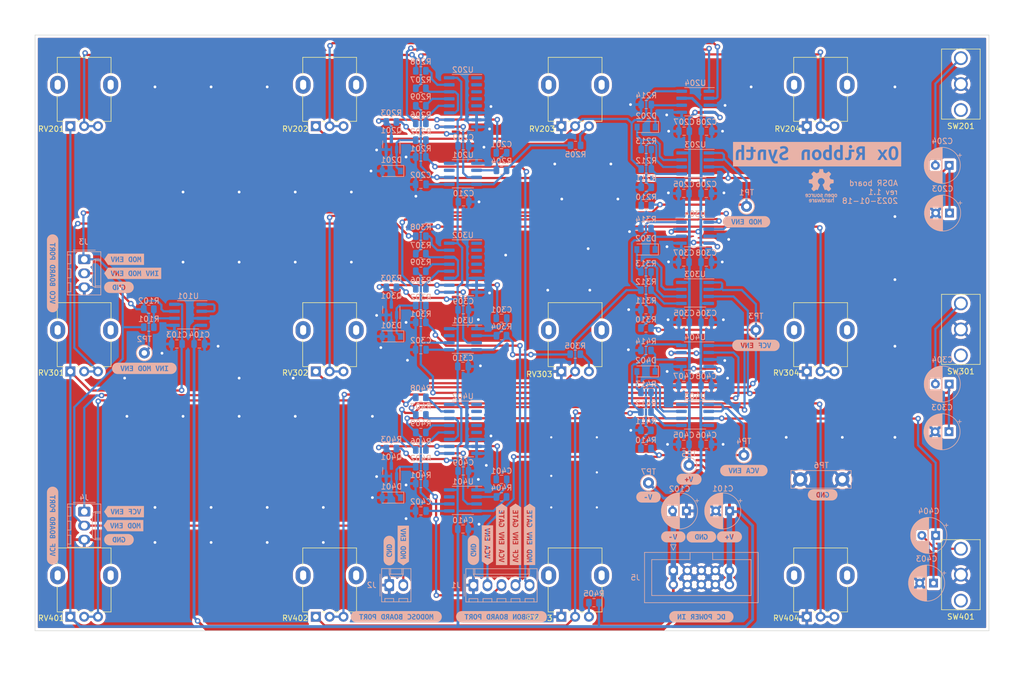
<source format=kicad_pcb>
(kicad_pcb (version 20211014) (generator pcbnew)
  (title_block (title "Josh Ox Ribbon Synth ADSR board") (date "2023-01-18") (rev "1.1") (comment 2 "creativecommons.org/licences/by/4.0") (comment 3 "license: CC by 4.0") (comment 4 "Author: Jordan Aceto"))
  (layers (0 "F.Cu" signal) (31 "B.Cu" signal) (34 "B.Paste" user) (35 "F.Paste" user) (36 "B.SilkS" user "B.Silkscreen") (37 "F.SilkS" user "F.Silkscreen") (38 "B.Mask" user) (39 "F.Mask" user) (44 "Edge.Cuts" user))
  (net 0 "")
  (net 1 "/VCF_ADSR/OUT")
  (net 2 "/VCA_ADSR/OUT")
  (net 3 "+15V")
  (net 4 "GND")
  (net 5 "-15V")
  (net 6 "Net-(D201-Pad1)")
  (net 7 "Net-(D301-Pad1)")
  (net 8 "/VCA_ENV_GATE")
  (net 9 "/VCF_ENV_GATE")
  (net 10 "/MOD_ENV_GATE")
  (net 11 "Net-(D401-Pad1)")
  (net 12 "Net-(J3-Pad2)")
  (net 13 "Net-(R101-Pad2)")
  (net 14 "Net-(C201-Pad1)")
  (net 15 "Net-(C201-Pad2)")
  (net 16 "Net-(C202-Pad1)")
  (net 20 "Net-(C204-Pad2)")
  (net 21 "Net-(C301-Pad1)")
  (net 22 "Net-(C301-Pad2)")
  (net 23 "Net-(C302-Pad1)")
  (net 24 "Net-(C401-Pad1)")
  (net 25 "Net-(C401-Pad2)")
  (net 26 "Net-(C402-Pad1)")
  (net 27 "Net-(C304-Pad2)")
  (net 28 "Net-(R205-Pad2)")
  (net 29 "Net-(R206-Pad1)")
  (net 30 "Net-(R206-Pad2)")
  (net 31 "Net-(C404-Pad2)")
  (net 32 "/modulation_ADSR/OUT")
  (net 33 "Net-(R207-Pad1)")
  (net 34 "Net-(R207-Pad2)")
  (net 35 "Net-(R208-Pad1)")
  (net 36 "Net-(R208-Pad2)")
  (net 37 "Net-(R209-Pad1)")
  (net 38 "Net-(R305-Pad2)")
  (net 39 "Net-(R306-Pad1)")
  (net 40 "Net-(R306-Pad2)")
  (net 41 "Net-(R307-Pad1)")
  (net 42 "Net-(R307-Pad2)")
  (net 43 "Net-(R308-Pad1)")
  (net 44 "Net-(R308-Pad2)")
  (net 45 "Net-(R309-Pad1)")
  (net 46 "Net-(R405-Pad2)")
  (net 47 "Net-(R406-Pad1)")
  (net 48 "Net-(R406-Pad2)")
  (net 49 "Net-(R407-Pad1)")
  (net 50 "Net-(R407-Pad2)")
  (net 51 "Net-(R408-Pad1)")
  (net 52 "Net-(R408-Pad2)")
  (net 53 "Net-(R409-Pad1)")
  (net 54 "Net-(U201-Pad3)")
  (net 61 "Net-(U301-Pad3)")
  (net 68 "Net-(U401-Pad3)")
  (net 75 "Net-(D202-Pad1)")
  (net 76 "Net-(R312-Pad1)")
  (net 77 "Net-(D202-Pad2)")
  (net 78 "Net-(C203-Pad1)")
  (net 79 "Net-(C303-Pad1)")
  (net 80 "Net-(C403-Pad1)")
  (net 81 "Net-(D302-Pad1)")
  (net 82 "Net-(D302-Pad2)")
  (net 83 "Net-(D402-Pad1)")
  (net 84 "Net-(D402-Pad2)")
  (net 85 "Net-(R312-Pad2)")
  (net 86 "Net-(R210-Pad1)")
  (net 87 "Net-(R212-Pad1)")
  (net 88 "Net-(R212-Pad2)")
  (net 89 "Net-(R310-Pad1)")
  (net 90 "Net-(R410-Pad1)")
  (net 91 "Net-(R412-Pad1)")
  (net 92 "Net-(R412-Pad2)")
  (net 93 "Net-(RV202-Pad2)")
  (net 94 "Net-(RV302-Pad2)")
  (net 95 "Net-(RV402-Pad2)")
  (net 96 "Net-(U101-Pad1)")
  (footprint "Potentiometer_THT:Potentiometer_Alpha_RD901F-40-00D_Single_Vertical" (layer "F.Cu") (at 157.397 56.642 90)
    (fp_text reference "RV203")
    (fp_text value "10k")
  )
  (footprint "Potentiometer_THT:Potentiometer_Alpha_RD901F-40-00D_Single_Vertical" (layer "F.Cu") (at 68.497 101.092 90)
    (fp_text reference "RV301")
    (fp_text value "1MA")
  )
  (footprint "Potentiometer_THT:Potentiometer_Alpha_RD901F-40-00D_Single_Vertical" (layer "F.Cu") (at 201.847 56.642 90)
    (fp_text reference "RV204")
    (fp_text value "1MA")
  )
  (footprint "Potentiometer_THT:Potentiometer_Alpha_RD901F-40-00D_Single_Vertical" (layer "F.Cu") (at 201.847 145.542 90)
    (fp_text reference "RV404")
    (fp_text value "1MA")
  )
  (footprint "Potentiometer_THT:Potentiometer_Alpha_RD901F-40-00D_Single_Vertical" (layer "F.Cu") (at 112.947 56.642 90)
    (fp_text reference "RV202")
    (fp_text value "1MA")
  )
  (footprint "Potentiometer_THT:Potentiometer_Alpha_RD901F-40-00D_Single_Vertical" (layer "F.Cu") (at 112.947 145.542 90)
    (fp_text reference "RV402")
    (fp_text value "1MA")
  )
  (footprint "custom_footprints:SPDT_mini_toggle" (layer "F.Cu") (at 229.747 137.922 180)
    (fp_text reference "SW401")
    (fp_text value "SW_SPDT")
  )
  (footprint "custom_footprints:SPDT_mini_toggle" (layer "F.Cu") (at 229.747 49.022 180)
    (fp_text reference "SW201")
    (fp_text value "SW_SPDT")
  )
  (footprint "Potentiometer_THT:Potentiometer_Alpha_RD901F-40-00D_Single_Vertical" (layer "F.Cu") (at 157.397 145.542 90)
    (fp_text reference "RV403")
    (fp_text value "10k")
  )
  (footprint "Potentiometer_THT:Potentiometer_Alpha_RD901F-40-00D_Single_Vertical" (layer "F.Cu") (at 68.497 56.642 90)
    (fp_text reference "RV201")
    (fp_text value "1MA")
  )
  (footprint "Potentiometer_THT:Potentiometer_Alpha_RD901F-40-00D_Single_Vertical" (layer "F.Cu") (at 201.847 101.092 90)
    (fp_text reference "RV304")
    (fp_text value "1MA")
  )
  (footprint "Potentiometer_THT:Potentiometer_Alpha_RD901F-40-00D_Single_Vertical" (layer "F.Cu") (at 157.397 101.092 90)
    (fp_text reference "RV303")
    (fp_text value "10k")
  )
  (footprint "custom_footprints:SPDT_mini_toggle" (layer "F.Cu") (at 229.747 93.472 180)
    (fp_text reference "SW301")
    (fp_text value "SW_SPDT")
  )
  (footprint "Potentiometer_THT:Potentiometer_Alpha_RD901F-40-00D_Single_Vertical" (layer "F.Cu") (at 112.947 101.092 90)
    (fp_text reference "RV302")
    (fp_text value "1MA")
  )
  (footprint "Potentiometer_THT:Potentiometer_Alpha_RD901F-40-00D_Single_Vertical" (layer "F.Cu") (at 68.497 145.542 90)
    (fp_text reference "RV401")
    (fp_text value "1MA")
  )
  (footprint "kibuzzard-62AC755C" (layer "B.Cu") (at 182.757 131.064 180)
    (fp_text reference "kibuzzard-62AC755C" hide)
    (fp_text value "G***" hide)
  )
  (footprint "kibuzzard-62AC758B" (layer "B.Cu") (at 78.109 129.032 180)
    (fp_text reference "kibuzzard-62AC758B" hide)
    (fp_text value "G***" hide)
  )
  (footprint "Capacitor_SMD:C_0805_2012Metric" (layer "B.Cu") (at 146.562 120.65)
    (fp_text reference "C401")
    (fp_text value "1n")
  )
  (footprint "Capacitor_SMD:C_0805_2012Metric" (layer "B.Cu") (at 179.578 103.632 180)
    (fp_text reference "C407")
    (fp_text value "100n")
  )
  (footprint "kibuzzard-62AC762D" (layer "B.Cu") (at 78.2106 126.492 180)
    (fp_text reference "kibuzzard-62AC762D" hide)
    (fp_text value "G***" hide)
  )
  (footprint "Capacitor_SMD:C_0805_2012Metric" (layer "B.Cu") (at 179.578 68.834 180)
    (fp_text reference "C205")
    (fp_text value "100n")
  )
  (footprint "Resistor_SMD:R_0805_2012Metric" (layer "B.Cu") (at 172.7708 64.4144)
    (fp_text reference "R212")
    (fp_text value "10k")
  )
  (footprint "Resistor_SMD:R_0805_2012Metric" (layer "B.Cu") (at 131.957 62.23 180)
    (fp_text reference "R201")
    (fp_text value "100k")
  )
  (footprint "Connector_IDC:IDC-Header_2x05_P2.54mm_Vertical" (layer "B.Cu") (at 177.677 137.1695 -90)
    (fp_text reference "J5")
    (fp_text value "power_entry")
  )
  (footprint "Capacitor_SMD:C_0805_2012Metric" (layer "B.Cu") (at 139.5984 100.1776)
    (fp_text reference "C310")
    (fp_text value "100n")
  )
  (footprint "Resistor_SMD:R_0805_2012Metric" (layer "B.Cu") (at 172.7708 52.7304 180)
    (fp_text reference "R214")
    (fp_text value "10k")
  )
  (footprint "Resistor_SMD:R_0805_2012Metric" (layer "B.Cu") (at 172.72 75.184 180)
    (fp_text reference "R314")
    (fp_text value "10k")
  )
  (footprint "kibuzzard-62AC7711" (layer "B.Cu") (at 151.642 130.6068 90)
    (fp_text reference "kibuzzard-62AC7711" hide)
    (fp_text value "G***" hide)
  )
  (footprint "Package_SO:SOIC-8_3.9x4.9mm_P1.27mm" (layer "B.Cu") (at 181.61 98.298 180)
    (fp_text reference "U404")
    (fp_text value "DG470EY")
  )
  (footprint "kibuzzard-62AC7758" (layer "B.Cu") (at 146.5874 130.6068 90)
    (fp_text reference "kibuzzard-62AC7758" hide)
    (fp_text value "G***" hide)
  )
  (footprint "TestPoint:TestPoint_Keystone_5000-5004_Miniature" (layer "B.Cu") (at 190.4492 116.2558 180)
    (fp_text reference "TP4")
    (fp_text value "VCA env")
  )
  (footprint "Capacitor_SMD:C_0805_2012Metric" (layer "B.Cu") (at 139.7 70.358)
    (fp_text reference "C210")
    (fp_text value "100n")
  )
  (footprint "Resistor_SMD:R_0805_2012Metric" (layer "B.Cu") (at 131.957 121.412 180)
    (fp_text reference "R401")
    (fp_text value "100k")
  )
  (footprint "Resistor_SMD:R_0805_2012Metric" (layer "B.Cu") (at 131.957 118.364 180)
    (fp_text reference "R402")
    (fp_text value "100k")
  )
  (footprint "Resistor_SMD:R_0805_2012Metric" (layer "B.Cu") (at 131.957 76.581 180)
    (fp_text reference "R308")
    (fp_text value "22")
  )
  (footprint "kibuzzard-62AC792A" (layer "B.Cu") (at 177.677 131.064 180)
    (fp_text reference "kibuzzard-62AC792A" hide)
    (fp_text value "G***" hide)
  )
  (footprint "Resistor_SMD:R_0805_2012Metric" (layer "B.Cu") (at 172.72 86.36)
    (fp_text reference "R312")
    (fp_text value "10k")
  )
  (footprint "TestPoint:TestPoint_Keystone_5000-5004_Miniature" (layer "B.Cu") (at 81.8896 97.7392 180)
    (fp_text reference "TP2")
    (fp_text value "inv mod env")
  )
  (footprint "Resistor_SMD:R_0805_2012Metric" (layer "B.Cu") (at 146.562 123.825 180)
    (fp_text reference "R404")
    (fp_text value "10k")
  )
  (footprint "Resistor_SMD:R_0805_2012Metric" (layer "B.Cu") (at 172.72 83.058)
    (fp_text reference "R313")
    (fp_text value "2M2")
  )
  (footprint "Capacitor_SMD:C_0805_2012Metric" (layer "B.Cu") (at 139.6492 119.126)
    (fp_text reference "C409")
    (fp_text value "100n")
  )
  (footprint "Capacitor_THT:CP_Radial_D6.3mm_P2.50mm" (layer "B.Cu") (at 227.6856 72.39 180)
    (fp_text reference "C203")
    (fp_text value "2u2")
  )
  (footprint "Resistor_SMD:R_0805_2012Metric" (layer "B.Cu") (at 131.957 82.931 180)
    (fp_text reference "R309")
    (fp_text value "100")
  )
  (footprint "Diode_SMD:D_SOD-123" (layer "B.Cu") (at 126.623 123.952 180)
    (fp_text reference "D401")
    (fp_text value "1N4148W")
  )
  (footprint "Resistor_SMD:R_0805_2012Metric" (layer "B.Cu") (at 172.72 93.218)
    (fp_text reference "R310")
    (fp_text value "2k7")
  )
  (footprint "Resistor_SMD:R_0805_2012Metric" (layer "B.Cu") (at 159.9184 97.9678)
    (fp_text reference "R305")
    (fp_text value "5k6")
  )
  (footprint "Package_TO_SOT_SMD:SOT-23" (layer "B.Cu") (at 126.623 89.916 90)
    (fp_text reference "Q301")
    (fp_text value "MMBT3904")
  )
  (footprint "Capacitor_SMD:C_0805_2012Metric" (layer "B.Cu") (at 183.642 81.28 180)
    (fp_text reference "C308")
    (fp_text value "100n")
  )
  (footprint "Capacitor_SMD:C_0805_2012Metric" (layer "B.Cu") (at 179.578 81.28 180)
    (fp_text reference "C307")
    (fp_text value "100n")
  )
  (footprint "Package_TO_SOT_SMD:SOT-23" (layer "B.Cu") (at 126.623 119.126 90)
    (fp_text reference "Q401")
    (fp_text value "MMBT3904")
  )
  (footprint "Package_SO:SOIC-16_3.9x9.9mm_P1.27mm" (layer "B.Cu") (at 139.577 111.506 180)
    (fp_text reference "U402")
    (fp_text value "CD4052B")
  )
  (footprint "Resistor_SMD:R_0805_2012Metric" (layer "B.Cu") (at 172.72 89.916 180)
    (fp_text reference "R311")
    (fp_text value "100k")
  )
  (footprint "TestPoint:TestPoint_Keystone_5000-5004_Miniature" (layer "B.Cu") (at 190.9318 71.1708 180)
    (fp_text reference "TP1")
    (fp_text value "MOD env")
  )
  (footprint "kibuzzard-62AC792A" (layer "B.Cu") (at 173.1772 123.8504 180)
    (fp_text reference "kibuzzard-62AC792A" hide)
    (fp_text value "G***" hide)
  )
  (footprint "Capacitor_SMD:C_0805_2012Metric" (layer "B.Cu") (at 183.642 68.834 180)
    (fp_text reference "C206")
    (fp_text value "100n")
  )
  (footprint "Resistor_SMD:R_0805_2012Metric" (layer "B.Cu") (at 131.957 92.202 180)
    (fp_text reference "R301")
    (fp_text value "100k")
  )
  (footprint "Resistor_SMD:R_0805_2012Metric" (layer "B.Cu") (at 131.957 105.791 180)
    (fp_text reference "R408")
    (fp_text value "22")
  )
  (footprint "kibuzzard-62AC7A9F" (layer "B.Cu") (at 203.712 61.722 180)
    (fp_text reference "kibuzzard-62AC7A9F" hide)
    (fp_text value "G***" hide)
  )
  (footprint "Package_SO:SOIC-8_3.9x4.9mm_P1.27mm" (layer "B.Cu") (at 89.8144 90.8304 180)
    (fp_text reference "U101")
    (fp_text value "TL072")
  )
  (footprint "kibuzzard-62AC769B" (layer "B.Cu") (at 128.782 132.6388 90)
    (fp_text reference "kibuzzard-62AC769B" hide)
    (fp_text value "G***" hide)
  )
  (footprint "kibuzzard-62AC79A3" (layer "B.Cu") (at 190.4492 119.0498 180)
    (fp_text reference "kibuzzard-62AC79A3" hide)
    (fp_text value "G***" hide)
  )
  (footprint "Capacitor_SMD:C_0805_2012Metric" (layer "B.Cu") (at 183.642 114.3 180)
    (fp_text reference "C406")
    (fp_text value "100n")
  )
  (footprint "Capacitor_THT:CP_Radial_D6.3mm_P2.50mm" (layer "B.Cu") (at 187.87238 126.365 180)
    (fp_text reference "C101")
    (fp_text value "10u")
  )
  (footprint "Capacitor_SMD:C_0805_2012Metric" (layer "B.Cu") (at 139.6492 89.916)
    (fp_text reference "C309")
    (fp_text value "100n")
  )
  (footprint "kibuzzard-62AC7810" (layer "B.Cu") (at 127.512 145.542 180)
    (fp_text reference "kibuzzard-62AC7810" hide)
    (fp_text value "G***" hide)
  )
  (footprint "Resistor_SMD:R_0805_2012Metric" (layer "B.Cu") (at 131.957 59.182 180)
    (fp_text reference "R202")
    (fp_text value "100k")
  )
  (footprint "TestPoint:TestPoint_Bridge_Pitch7.62mm_Drill1.3mm" (layer "B.Cu") (at 208.28 120.65 180)
    (fp_text reference "TP6")
    (fp_text value "GND")
  )
  (footprint "Connector_Molex:Molex_KK-254_AE-6410-03A_1x03_P2.54mm_Vertical" (layer "B.Cu") (at 71.017 80.772 -90)
    (fp_text reference "J3")
    (fp_text value "VCO_port")
  )
  (footprint "Package_SO:SOIC-8_3.9x4.9mm_P1.27mm" (layer "B.Cu") (at 139.577 124.46 180)
    (fp_text reference "U401")
    (fp_text value "TLC555")
  )
  (footprint "Capacitor_THT:CP_Radial_D6.3mm_P2.50mm" (layer "B.Cu") (at 180.046 126.365 180)
    (fp_text reference "C102")
    (fp_text value "10u")
  )
  (footprint "Capacitor_SMD:C_0805_2012Metric" (layer "B.Cu") (at 131.957 126.365 180)
    (fp_text reference "C402")
    (fp_text value "1n")
  )
  (footprint "kibuzzard-62AC7972" (layer "B.Cu") (at 190.9318 73.9648 180)
    (fp_text reference "kibuzzard-62AC7972" hide)
    (fp_text value "G***" hide)
  )
  (footprint "Diode_SMD:D_SOD-123" (layer "B.Cu") (at 126.623 64.77 180)
    (fp_text reference "D201")
    (fp_text value "1N4148W")
  )
  (footprint "Symbol:OSHW-Logo_5.7x6mm_SilkScreen" (layer "B.Cu") (at 204.47 67.437 180)
    (fp_text reference "REF**" hide)
    (fp_text value "OSHW-Logo_5.7x6mm_SilkScreen" hide)
  )
  (footprint "kibuzzard-62AC791A" (layer "B.Cu") (at 180.5178 120.6246 180)
    (fp_text reference "kibuzzard-62AC791A" hide)
    (fp_text value "G***" hide)
  )
  (footprint "Connector_Molex:Molex_KK-254_AE-6410-02A_1x02_P2.54mm_Vertical" (layer "B.Cu") (at 126.242 139.807)
    (fp_text reference "J2")
    (fp_text value "modosc_port")
  )
  (footprint "kibuzzard-62AC7989" (layer "B.Cu") (at 81.8896 100.5332 180)
    (fp_text reference "kibuzzard-62AC7989" hide)
    (fp_text value "G***" hide)
  )
  (footprint "Capacitor_SMD:C_0805_2012Metric" (layer "B.Cu") (at 87.7824 96.1136 180)
    (fp_text reference "C103")
    (fp_text value "100n")
  )
  (footprint "kibuzzard-62AC7596" (layer "B.Cu") (at 79.7854 83.312 180)
    (fp_text reference "kibuzzard-62AC7596" hide)
    (fp_text value "G***" hide)
  )
  (footprint "kibuzzard-62AC755C" (layer "B.Cu") (at 77.2962 85.852 180)
    (fp_text reference "kibuzzard-62AC755C" hide)
    (fp_text value "G***" hide)
  )
  (footprint "Resistor_SMD:R_0805_2012Metric" (layer "B.Cu") (at 131.957 56.134)
    (fp_text reference "R206")
    (fp_text value "22")
  )
  (footprint "kibuzzard-62AC77C9" (layer "B.Cu") (at 65.282 83.312 90)
    (fp_text reference "kibuzzard-62AC77C9" hide)
    (fp_text value "G***" hide)
  )
  (footprint "Resistor_SMD:R_0805_2012Metric" (layer "B.Cu") (at 131.957 49.784)
    (fp_text reference "R207")
    (fp_text value "22")
  )
  (footprint "kibuzzard-62AC7771" (layer "B.Cu") (at 144.022 132.588 90)
    (fp_text reference "kibuzzard-62AC7771" hide)
    (fp_text value "G***" hide)
  )
  (footprint "Diode_SMD:D_SOD-123" (layer "B.Cu") (at 126.623 94.742 180)
    (fp_text reference "D301")
    (fp_text value "1N4148W")
  )
  (footprint "Capacitor_SMD:C_0805_2012Metric" (layer "B.Cu") (at 183.642 92.202 180)
    (fp_text reference "C306")
    (fp_text value "100n")
  )
  (footprint "Package_SO:SOIC-8_3.9x4.9mm_P1.27mm" (layer "B.Cu") (at 181.6608 52.2224 180)
    (fp_text reference "U204")
    (fp_text value "DG470EY")
  )
  (footprint "Resistor_SMD:R_0805_2012Metric" (layer "B.Cu") (at 172.7708 60.8584)
    (fp_text reference "R213")
    (fp_text value "2M2")
  )
  (footprint "Resistor_SMD:R_0805_2012Metric" (layer "B.Cu") (at 131.957 108.966)
    (fp_text reference "R407")
    (fp_text value "22")
  )
  (footprint "Capacitor_SMD:C_0805_2012Metric" (layer "B.Cu") (at 146.562 61.468)
    (fp_text reference "C201")
    (fp_text value "1n")
  )
  (footprint "Capacitor_THT:CP_Radial_D6.3mm_P2.50mm" (layer "B.Cu") (at 224.79 139.446 180)
    (fp_text reference "C403")
    (fp_text value "2u2")
  )
  (footprint "Resistor_SMD:R_0805_2012Metric" (layer "B.Cu") (at 126.623 85.852 180)
    (fp_text reference "R303")
    (fp_text value "10k")
  )
  (footprint "Resistor_SMD:R_0805_2012Metric" (layer "B.Cu") (at 159.9732 60.1218)
    (fp_text reference "R205")
    (fp_text value "5k6")
  )
  (footprint "Resistor_SMD:R_0805_2012Metric" (layer "B.Cu") (at 131.957 46.609 180)
    (fp_text reference "R208")
    (fp_text value "22")
  )
  (footprint "Diode_SMD:D_SOD-123" (layer "B.Cu") (at 172.7708 56.7944 180)
    (fp_text reference "D202")
    (fp_text value "1N4148W")
  )
  (footprint "Resistor_SMD:R_0805_2012Metric" (layer "B.Cu") (at 172.72 108.458)
    (fp_text reference "R412")
    (fp_text value "10k")
  )
  (footprint "Capacitor_SMD:C_0805_2012Metric" (layer "B.Cu") (at 179.6288 57.5564 180)
    (fp_text reference "C207")
    (fp_text value "100n")
  )
  (footprint "kibuzzard-62AC755C" (layer "B.Cu") (at 77.2962 131.572 180)
    (fp_text reference "kibuzzard-62AC755C" hide)
    (fp_text value "G***" hide)
  )
  (footprint "Resistor_SMD:R_0805_2012Metric" (layer "B.Cu") (at 126.623 115.062 180)
    (fp_text reference "R403")
    (fp_text value "10k")
  )
  (footprint "Connector_Molex:Molex_KK-254_AE-6410-03A_1x03_P2.54mm_Vertical" (layer "B.Cu") (at 71.017 126.492 -90)
    (fp_text reference "J4")
    (fp_text value "VCF_port")
  )
  (footprint "Package_SO:SOIC-8_3.9x4.9mm_P1.27mm" (layer "B.Cu") (at 181.61 75.946 180)
    (fp_text reference "U304")
    (fp_text value "DG470EY")
  )
  (footprint "Resistor_SMD:R_0805_2012Metric" (layer "B.Cu") (at 131.957 52.959 180)
    (fp_text reference "R209")
    (fp_text value "100")
  )
  (footprint "Capacitor_SMD:C_0805_2012Metric" (layer "B.Cu") (at 179.578 114.3 180)
    (fp_text reference "C405")
    (fp_text value "100n")
  )
  (footprint "kibuzzard-62AC77E4" (layer "B.Cu") (at 65.282 129.032 90)
    (fp_text reference "kibuzzard-62AC77E4" hide)
    (fp_text value "G***" hide)
  )
  (footprint "Capacitor_THT:CP_Radial_D6.3mm_P2.50mm" (layer "B.Cu") (at 227.62738 103.378 180)
    (fp_text reference "C304")
    (fp_text value "22u")
  )
  (footprint "Resistor_SMD:R_0805_2012Metric" (layer "B.Cu") (at 172.72 115.062)
    (fp_text reference "R410")
    (fp_text value "2k7")
  )
  (footprint "Resistor_SMD:R_0805_2012Metric" (layer "B.Cu") (at 82.7024 93.0656)
    (fp_text reference "R101")
    (fp_text value "100k")
  )
  (footprint "Capacitor_SMD:C_0805_2012Metric" (layer "B.Cu") (at 183.642 103.632 180)
    (fp_text reference "C408")
    (fp_text value "100n")
  )
  (footprint "TestPoint:TestPoint_Keystone_5000-5004_Miniature" (layer "B.Cu") (at 173.1772 121.285 180)
    (fp_text reference "TP7")
    (fp_text value "V-")
  )
  (footprint "Resistor_SMD:R_0805_2012Metric" (layer "B.Cu") (at 163.3025 143.002 180)
    (fp_text reference "R405")
    (fp_text value "5k6")
  )
  (footprint "Resistor_SMD:R_0805_2012Metric" (layer "B.Cu") (at 172.72 104.902)
    (fp_text reference "R413")
    (fp_text value "2M2")
  )
  (footprint "Resistor_SMD:R_0805_2012Metric" (layer "B.Cu") (at 172.7708 67.7164 180)
    (fp_text reference "R211")
    (fp_text value "100k")
  )
  (footprint "Resistor_SMD:R_0805_2012Metric" (layer "B.Cu") (at 131.957 89.154 180)
    (fp_text reference "R302")
    (fp_text value "100k")
  )
  (footprint "Capacitor_SMD:C_0805_2012Metric" (layer "B.Cu") (at 146.562 91.44)
    (fp_text reference "C301")
    (fp_text value "1n")
  )
  (footprint "Capacitor_SMD:C_0805_2012Metric" (layer "B.Cu") (at 139.6492 60.198)
    (fp_text reference "C209")
    (fp_text value "100n")
  )
  (footprint "Package_TO_SOT_SMD:SOT-23" (layer "B.Cu") (at 126.623 59.944 90)
    (fp_text reference "Q201")
    (fp_text value "MMBT3904")
  )
  (footprint "Resistor_SMD:R_0805_2012Metric" (layer "B.Cu") (at 172.72 97.282 180)
    (fp_text reference "R414")
    (fp_text value "10k")
  )
  (footprint "Resistor_SMD:R_0805_2012Metric" (layer "B.Cu") (at 146.562 94.615 180)
    (fp_text reference "R304")
    (fp_text value "10k")
  )
  (footprint "kibuzzard-62AC755C" (layer "B.Cu") (at 204.724 123.444 180)
    (fp_text reference "kibuzzard-62AC755C" hide)
    (fp_text value "G***" hide)
  )
  (footprint "Capacitor_SMD:C_0805_2012Metric" (layer "B.Cu") (at 131.957 97.155 180)
    (fp_text reference "C302")
    (fp_text value "1n")
  )
  (footprint "Package_SO:SOIC-16_3.9x9.9mm_P1.27mm" (layer "B.Cu") (at 139.577 52.324 180)
    (fp_text reference "U202")
    (fp_text value "CD4052B")
  )
  (footprint "TestPoint:TestPoint_Keystone_5000-5004_Miniature" (layer "B.Cu") (at 180.5178 118.0846 180)
    (fp_text reference "TP5")
    (fp_text value "V+")
  )
  (footprint "kibuzzard-62AC78CB" (layer "B.Cu") (at 182.757 145.542 180)
    (fp_text reference "kibuzzard-62AC78CB" hide)
    (fp_text value "G***" hide)
  )
  (footprint "kibuzzard-62AC758B" (layer "B.Cu") (at 78.236 80.772 180)
    (fp_text reference "kibuzzard-62AC758B" hide)
    (fp_text value "G***" hide)
  )
  (footprint "Resistor_SMD:R_0805_2012Metric" (layer "B.Cu") (at 172.7708 71.0184)
    (fp_text reference "R210")
    (fp_text value "2k7")
  )
  (footprint "TestPoint:TestPoint_Keystone_5000-5004_Miniature" (layer "B.Cu") (at 192.6336 93.5736 180)
    (fp_text reference "TP3")
    (fp_text value "VCF env")
  )
  (footprint "Capacitor_THT:CP_Radial_D6.3mm_P2.50mm" (layer "B.Cu") (at 225.175 130.81 180)
    (fp_text reference "C404")
    (fp_text value "22u")
  )
  (footprint "Package_SO:SOIC-8_3.9x4.9mm_P1.27mm" (layer "B.Cu") (at 139.577 65.278 180)
    (fp_text reference "U201")
    (fp_text value "TLC555")
  )
  (footprint "Resistor_SMD:R_0805_2012Metric" (layer "B.Cu") (at 126.623 55.88 180)
    (fp_text reference "R203")
    (fp_text value "10k")
  )
  (footprint "Resistor_SMD:R_0805_2012Metric" (layer "B.Cu") (at 82.7024 89.8144 180)
    (fp_text reference "R102")
    (fp_text value "100k")
  )
  (footprint "Resistor_SMD:R_0805_2012Metric" (layer "B.Cu") (at 131.957 115.316)
    (fp_text reference "R406")
    (fp_text value "22")
  )
  (footprint "Capacitor_SMD:C_0805_2012Metric" (layer "B.Cu") (at 131.957 67.183 180)
    (fp_text reference "C202")
    (fp_text value "1n")
  )
  (footprint "Connector_Molex:Molex_KK-254_AE-6410-05A_1x05_P2.54mm_Vertical" (layer "B.Cu") (at 141.482 139.827)
    (fp_text reference "J1")
    (fp_text value "ribbon_port")
  )
  (footprint "Package_SO:SOIC-8_3.9x4.9mm_P1.27mm" (layer "B.Cu") (at 181.61 86.868 180)
    (fp_text reference "U303")
    (fp_text value "TL072")
  )
  (footprint "Diode_SMD:D_SOD-123" (layer "B.Cu") (at 172.72 78.994 180)
    (fp_text reference "D302")
    (fp_text value "1N4148W")
  )
  (footprint "Capacitor_SMD:C_0805_2012Metric" (layer "B.Cu") (at 179.6288 92.202 180)
    (fp_text reference "C305")
    (fp_text value "100n")
  )
  (footprint "Capacitor_SMD:C_0805_2012Metric" (layer "B.Cu") (at 139.5984 129.6416)
    (fp_text reference "C410")
    (fp_text value "100n")
  )
  (footprint "Capacitor_SMD:C_0805_2012Metric" (layer "B.Cu") (at 183.6928 57.5564 180)
    (fp_text reference "C208")
    (fp_text value "100n")
  )
  (footprint "Resistor_SMD:R_0805_2012Metric" (layer "B.Cu") (at 131.957 79.756)
    (fp_text reference "R307")
    (fp_text value "22")
  )
  (footprint "Package_SO:SOIC-8_3.9x4.9mm_P1.27mm" (layer "B.Cu") (at 181.6608 63.3984 180)
    (fp_text reference "U203")
    (fp_text value "TL072")
  )
  (footprint "Resistor_SMD:R_0805_2012Metric" (layer "B.Cu") (at 172.72 111.76 180)
    (fp_text reference "R411")
    (fp_text value "100k")
  )
  (footprint "Capacitor_THT:CP_Radial_D6.3mm_P2.50mm" (layer "B.Cu") (at 227.62738 63.754 180)
    (fp_text reference "C204")
    (fp_text value "22u")
  )
  (footprint "Resistor_SMD:R_0805_2012Metric" (layer "B.Cu") (at 131.957 112.141 180)
    (fp_text reference "R409")
    (fp_text value "100")
  )
  (footprint "Diode_SMD:D_SOD-123" (layer "B.Cu") (at 172.72 101.092 180)
    (fp_text reference "D402")
    (fp_text value "1N4148W")
  )
  (footprint "Resistor_SMD:R_0805_2012Metric" (layer "B.Cu") (at 131.957 86.106)
    (fp_text reference "R306")
    (fp_text value "22")
  )
  (footprint "kibuzzard-62AC77FB" (layer "B.Cu") (at 146.562 145.542 180)
    (fp_text reference "kibuzzard-62AC77FB" hide)
    (fp_text value "G***" hide)
  )
  (footprint "kibuzzard-62AC7737" (layer "B.Cu") (at 149.102 130.6068 90)
    (fp_text reference "kibuzzard-62AC7737" hide)
    (fp_text value "G***" hide)
  )
  (footprint "Package_SO:SOIC-16_3.9x9.9mm_P1.27mm" (layer "B.Cu") (at 139.577 82.296 180)
    (fp_text reference "U302")
    (fp_text value "CD4052B")
  )
  (footprint "Resistor_SMD:R_0805_2012Metric" (layer "B.Cu") (at 146.562 64.643 180)
    (fp_text reference "R204")
    (fp_text value "10k")
  )
  (footprint "Package_SO:SOIC-8_3.9x4.9mm_P1.27mm" (layer "B.Cu") (at 139.577 95.25 180)
    (fp_text reference "U301")
    (fp_text value "TLC555")
  )
  (footprint "kibuzzard-62AC79C5" (layer "B.Cu") (at 192.6336 96.3676 180)
    (fp_text reference "kibuzzard-62AC79C5" hide)
    (fp_text value "G***" hide)
  )
  (footprint "kibuzzard-62AC791A" (layer "B.Cu") (at 187.837 131.064 180)
    (fp_text reference "kibuzzard-62AC791A" hide)
    (fp_text value "G***" hide)
  )
  (footprint "kibuzzard-62AC755C" (layer "B.Cu") (at 141.482 133.477 90)
    (fp_text reference "kibuzzard-62AC755C" hide)
    (fp_text value "G***" hide)
  )
  (footprint "Capacitor_THT:CP_Radial_D6.3mm_P2.50mm" (layer "B.Cu") (at 227.584 112.014 180)
    (fp_text reference "C303")
    (fp_text value "2u2")
  )
  (footprint "kibuzzard-62AC755C" (layer "B.Cu") (at 126.242 133.5532 90)
    (fp_text reference "kibuzzard-62AC755C" hide)
    (fp_text value "G***" hide)
  )
  (footprint "Capacitor_SMD:C_0805_2012Metric" (layer "B.Cu") (at 91.8464 96.1136 180)
    (fp_text reference "C104")
    (fp_text value "100n")
  )
  (footprint "Package_SO:SOIC-8_3.9x4.9mm_P1.27mm" (layer "B.Cu") (at 181.61 108.966 180)
    (fp_text reference "U403")
    (fp_text value "TL072")
  )
  (gr_line (start 234.827 148.082) (end 234.827 40.132) (layer "Edge.Cuts") (width 0.1))
  (gr_line (start 234.827 40.132) (end 62.107 40.132) (layer "Edge.Cuts") (width 0.1))
  (gr_line (start 62.107 148.082) (end 234.827 148.082) (layer "Edge.Cuts") (width 0.1))
  (gr_line (start 62.107 40.132) (end 62.107 148.082) (layer "Edge.Cuts") (width 0.1))
  (gr_text "ADSR board\nrev 1.1\n2023-01-18" (at 218.44 68.58) (layer "B.SilkS") (effects (font (size 1 1)) (justify left mirror)))
  (segment (start 116.1818 105.3951) (end 74.1934 105.3951) (width 0.4) (layer "F.Cu") (net 1))
  (segment (start 192.6082 93.5482) (end 192.6336 93.5736) (width 0.4) (layer "F.Cu") (net 1))
  (segment (start 175.006 93.5482) (end 192.6082 93.5482) (width 0.4) (layer "F.Cu") (net 1))
  (segment (start 74.1934 105.3951) (end 74.1426 105.4459) (width 0.4) (layer "F.Cu") (net 1))
  (segment (start 191.402131 103.9622) (end 117.6147 103.9622) (width 0.4) (layer "F.Cu") (net 1))
  (segment (start 192.075201 103.28913) (end 191.402131 103.9622) (width 0.4) (layer "F.Cu") (net 1))
  (segment (start 117.6147 103.9622) (end 116.1818 105.3951) (width 0.4) (layer "F.Cu") (net 1))
  (via (at 74.1426 105.4459) (size 1) (drill 0.5) (layers "F.Cu" "B.Cu") (net 1))
  (via (at 175.006 93.5482) (size 1) (drill 0.5) (layers "F.Cu" "B.Cu") (net 1))
  (via (at 192.075201 103.28913) (size 1) (drill 0.5) (layers "F.Cu" "B.Cu") (net 1))
  (segment (start 192.6336 102.730731) (end 192.075201 103.28913) (width 0.4) (layer "B.Cu") (net 1))
  (segment (start 174.6758 93.218) (end 175.006 93.5482) (width 0.4) (layer "B.Cu") (net 1))
  (segment (start 192.6336 88.9) (end 192.6336 102.730731) (width 0.4) (layer "B.Cu") (net 1))
  (segment (start 186.6646 86.3346) (end 190.0682 86.3346) (width 0.4) (layer "B.Cu") (net 1))
  (segment (start 186.3725 86.0425) (end 186.5122 85.9028) (width 0.4) (layer "B.Cu") (net 1))
  (segment (start 173.6325 93.218) (end 174.6758 93.218) (width 0.4) (layer "B.Cu") (net 1))
  (segment (start 186.5122 85.9028) (end 186.5122 85.1662) (width 0.4) (layer "B.Cu") (net 1))
  (segment (start 186.309 84.963) (end 184.085 84.963) (width 0.4) (layer "B.Cu") (net 1))
  (segment (start 186.182 86.233) (end 186.3725 86.0425) (width 0.4) (layer "B.Cu") (net 1))
  (segment (start 190.0682 86.3346) (end 192.6336 88.9) (width 0.4) (layer "B.Cu") (net 1))
  (segment (start 186.3725 86.0425) (end 186.6646 86.3346) (width 0.4) (layer "B.Cu") (net 1))
  (segment (start 184.085 86.233) (end 186.182 86.233) (width 0.4) (layer "B.Cu") (net 1))
  (segment (start 71.017 126.492) (end 71.017 107.672) (width 0.4) (layer "B.Cu") (net 1))
  (segment (start 71.017 107.672) (end 73.2431 105.4459) (width 0.4) (layer "B.Cu") (net 1))
  (segment (start 73.2431 105.4459) (end 74.1426 105.4459) (width 0.4) (layer "B.Cu") (net 1))
  (segment (start 186.5122 85.1662) (end 186.309 84.963) (width 0.4) (layer "B.Cu") (net 1))
  (segment (start 148.7678 116.5606) (end 174.8028 116.5606) (width 0.4) (layer "F.Cu") (net 2))
  (segment (start 190.4492 116.2558) (end 175.1076 116.2558) (width 0.4) (layer "F.Cu") (net 2))
  (segment (start 174.8028 116.5606) (end 175.1076 116.2558) (width 0.4) (layer "F.Cu") (net 2))
  (via (at 148.7678 116.5606) (size 1) (drill 0.5) (layers "F.Cu" "B.Cu") (net 2))
  (via (at 175.1076 116.2558) (size 1) (drill 0.5) (layers "F.Cu" "B.Cu") (net 2))
  (segment (start 187.4774 107.7976) (end 190.4492 110.7694) (width 0.4) (layer "B.Cu") (net 2))
  (segment (start 186.6646 108.0262) (end 186.3852 108.3056) (width 0.4) (layer "B.Cu") (net 2))
  (segment (start 186.6646 107.7976) (end 187.4774 107.7976) (width 0.4) (layer "B.Cu") (net 2))
  (segment (start 144.022 128.901) (end 145.3896 127.5334) (width 0.4) (layer "B.Cu") (net 2))
  (segment (start 174.8263 116.2558) (end 173.6325 115.062) (width 0.4) (layer "B.Cu") (net 2))
  (segment (start 175.1076 116.2558) (end 174.8263 116.2558) (width 0.4) (layer "B.Cu") (net 2))
  (segment (start 186.6646 107.7976) (end 186.6646 108.0262) (width 0.4) (layer "B.Cu") (net 2))
  (segment (start 144.022 139.827) (end 144.022 128.901) (width 0.4) (layer "B.Cu") (net 2))
  (segment (start 186.3598 107.061) (end 186.6646 107.3658) (width 0.4) (layer "B.Cu") (net 2))
  (segment (start 145.397839 127.5334) (end 148.7678 124.163439) (width 0.4) (layer "B.Cu") (net 2))
  (segment (start 190.4492 110.7694) (end 190.4492 116.2558) (width 0.4) (layer "B.Cu") (net 2))
  (segment (start 145.3896 127.5334) (end 145.397839 127.5334) (width 0.4) (layer "B.Cu") (net 2))
  (segment (start 148.7678 124.163439) (end 148.7678 116.5606) (width 0.4) (layer "B.Cu") (net 2))
  (segment (start 186.3852 108.3056) (end 184.1104 108.3056) (width 0.4) (layer "B.Cu") (net 2))
  (segment (start 186.6646 107.3658) (end 186.6646 107.7976) (width 0.4) (layer "B.Cu") (net 2))
  (segment (start 184.1104 108.3056) (end 184.085 108.331) (width 0.4) (layer "B.Cu") (net 2))
  (segment (start 184.085 107.061) (end 186.3598 107.061) (width 0.4) (layer "B.Cu") (net 2))
  (segment (start 185.928 100.838) (end 185.674 100.584) (width 0.4) (layer "F.Cu") (net 3))
  (segment (start 136.379951 57.785) (end 136.623451 58.0285) (width 0.4) (layer "F.Cu") (net 3))
  (segment (start 151.892 98.044) (end 148.59 98.044) (width 0.4) (layer "F.Cu") (net 3))
  (segment (start 129.29 115.9256) (end 130.3314 116.967) (width 0.4) (layer "F.Cu") (net 3))
  (segment (start 185.674 100.584) (end 181.356 100.584) (width 0.4) (layer "F.Cu") (net 3))
  (segment (start 185.2168 54.1528) (end 186.1312 55.0672) (width 0.5) (layer "F.Cu") (net 3))
  (segment (start 184.912 77.724) (end 181.356 77.724) (width 0.4) (layer "F.Cu") (net 3))
  (segment (start 130.3314 57.785) (end 136.379951 57.785) (width 0.4) (layer "F.Cu") (net 3))
  (segment (start 187.837 123.067) (end 182.8546 118.0846) (width 0.4) (layer "F.Cu") (net 3))
  (segment (start 136.379951 87.757) (end 136.623451 88.0005) (width 0.4) (layer "F.Cu") (net 3))
  (segment (start 130.3314 87.757) (end 136.379951 87.757) (width 0.4) (layer "F.Cu") (net 3))
  (segment (start 130.3314 116.967) (end 136.379951 116.967) (width 0.4) (layer "F.Cu") (net 3))
  (segment (start 71.9514 104.5464) (end 88.5952 104.5464) (width 0.4) (layer "F.Cu") (net 3))
  (segment (start 68.497 101.092) (end 71.9514 104.5464) (width 0.4) (layer "F.Cu") (net 3))
  (segment (start 187.837 126.492) (end 187.837 123.067) (width 0.5) (layer "F.Cu") (net 3))
  (segment (start 129.29 56.7436) (end 130.3314 57.785) (width 0.4) (layer "F.Cu") (net 3))
  (segment (start 182.8546 118.0846) (end 180.5178 118.0846) (width 0.4) (layer "F.Cu") (net 3))
  (segment (start 181.61 54.1528) (end 185.2168 54.1528) (width 0.5) (layer "F.Cu") (net 3))
  (segment (start 185.674 78.486) (end 184.912 77.724) (width 0.4) (layer "F.Cu") (net 3))
  (segment (start 88.5952 104.5464) (end 88.646 104.4956) (width 0.4) (layer "F.Cu") (net 3))
  (segment (start 129.29 86.7156) (end 130.3314 87.757) (width 0.4) (layer "F.Cu") (net 3))
  (segment (start 136.379951 116.967) (end 136.623451 117.2105) (width 0.4) (layer "F.Cu") (net 3))
  (via (at 181.356 100.584) (size 1) (drill 0.5) (layers "F.Cu" "B.Cu") (net 3))
  (via (at 129.29 115.9256) (size 1) (drill 0.5) (layers "F.Cu" "B.Cu") (net 3))
  (via (at 129.29 86.7156) (size 1) (drill 0.5) (layers "F.Cu" "B.Cu") (net 3))
  (via (at 151.892 98.044) (size 1) (drill 0.5) (layers "F.Cu" "B.Cu") (net 3))
  (via (at 181.356 77.724) (size 1) (drill 0.5) (layers "F.Cu" "B.Cu") (net 3))
  (via (at 136.623451 58.0285) (size 1) (drill 0.5) (layers "F.Cu" "B.Cu") (net 3))
  (via (at 186.1312 55.0672) (size 1) (drill 0.5) (layers "F.Cu" "B.Cu") (net 3))
  (via (at 148.59 98.044) (size 1) (drill 0.5) (layers "F.Cu" "B.Cu") (net 3))
  (via (at 136.623451 88.0005) (size 1) (drill 0.5) (layers "F.Cu" "B.Cu") (net 3))
  (via (at 185.928 100.838) (size 1) (drill 0.5) (layers "F.Cu" "B.Cu") (net 3))
  (via (at 129.29 56.7436) (size 1) (drill 0.5) (layers "F.Cu" "B.Cu") (net 3))
  (via (at 136.623451 117.2105) (size 1) (drill 0.5) (layers "F.Cu" "B.Cu") (net 3))
  (via (at 185.674 78.486) (size 1) (drill 0.5) (layers "F.Cu" "B.Cu") (net 3))
  (via (at 88.646 104.4956) (size 1) (drill 0.5) (layers "F.Cu" "B.Cu") (net 3))
  (via (at 181.61 54.1528) (size 1) (drill 0.5) (layers "F.Cu" "B.Cu") (net 3))
  (segment (start 137.102 93.345) (end 138.4594 93.345) (width 0.4) (layer "B.Cu") (net 3))
  (segment (start 180.5788 85.0748) (end 180.5788 100.5688) (width 0.5) (layer "B.Cu") (net 3))
  (segment (start 148.59 98.044) (end 148.59 95.7305) (width 0.4) (layer "B.Cu") (net 3))
  (segment (start 138.627 88.4072) (end 138.627 85.824911) (width 0.4) (layer "B.Cu") (net 3))
  (segment (start 192.024 129.032) (end 192.024 146.05) (width 0.5) (layer "B.Cu") (net 3))
  (segment (start 187.837 137.1695) (end 187.837 126.40038) (width 1) (layer "B.Cu") (net 3))
  (segment (start 128.4264 55.88) (end 129.29 56.7436) (width 0.4) (layer "B.Cu") (net 3))
  (segment (start 138.4594 63.373) (end 138.627 63.2054) (width 0.4) (layer "B.Cu") (net 3))
  (segment (start 138.627 88.4072) (end 138.627 87.95) (width 0.4) (layer "B.Cu") (net 3))
  (segment (start 137.102 122.555) (end 138.4594 122.555) (width 0.4) (layer "B.Cu") (net 3))
  (segment (start 138.627 100.076) (end 138.627 106.995) (width 0.4) (layer "B.Cu") (net 3))
  (segment (start 138.4594 122.555) (end 138.627 122.3874) (width 0.4) (layer "B.Cu") (net 3))
  (segment (start 88.646 96.2) (end 88.7324 96.1136) (width 0.4) (layer "B.Cu") (net 3))
  (segment (start 147.387 94.8822) (end 147.387 94.615) (width 0.4) (layer "B.Cu") (net 3))
  (segment (start 138.627 93.1774) (end 138.627 89.916) (width 0.4) (layer "B.Cu") (net 3))
  (segment (start 142.052 97.155) (end 138.6372 97.155) (width 0.4) (layer "B.Cu") (net 3))
  (segment (start 151.9174 98.0186) (end 151.892 98.044) (width 0.4) (layer "B.Cu") (net 3))
  (segment (start 180.5788 118.0236) (end 180.5178 118.0846) (width 0.5) (layer "B.Cu") (net 3))
  (segment (start 179.1858 61.4934) (end 180.467 61.4934) (width 0.5) (layer "B.Cu") (net 3))
  (segment (start 185.293 100.203) (end 185.928 100.838) (width 0.4) (layer "B.Cu") (net 3))
  (segment (start 184.1358 54.1274) (end 185.1914 54.1274) (width 0.5) (layer "B.Cu") (net 3))
  (segment (start 138.627 89.916) (end 138.627 88.4072) (width 0.4) (layer "B.Cu") (net 3))
  (segment (start 138.6372 126.365) (end 138.627 126.3752) (width 0.4) (layer "B.Cu") (net 3))
  (segment (start 185.039 77.851) (end 185.674 78.486) (width 0.4) (layer "B.Cu") (net 3))
  (segment (start 138.561 107.061) (end 137.102 107.061) (width 0.4) (layer "B.Cu") (net 3))
  (segment (start 147.387 64.9102) (end 147.387 64.643) (width 0.4) (layer "B.Cu") (net 3))
  (segment (start 138.627 100.584) (end 138.627 97.1652) (width 0.4) (layer "B.Cu") (net 3))
  (segment (start 180.5788 55.184) (end 181.61 54.1528) (width 0.5) (layer "B.Cu") (net 3))
  (segment (start 164.215 143.002) (end 164.215 147.32) (width 0.4) (layer "B.Cu") (net 3))
  (segment (start 145.1142 126.365) (end 147.387 124.0922) (width 0.4) (layer "B.Cu") (net 3))
  (segment (start 139.283501 55.026499) (end 139.283501 48.605501) (width 0.4) (layer "B.Cu") (net 3))
  (segment (start 88.7324 88.9864) (end 88.6714 88.9254) (width 0.4) (layer "B.Cu") (net 3))
  (segment (start 138.557 47.879) (end 137.102 47.879) (width 0.4) (layer "B.Cu") (net 3))
  (segment (start 139.446 85.005911) (end 139.446 78.67) (width 0.4) (layer "B.Cu") (net 3))
  (segment (start 180.5788 57.5564) (end 180.6108 57.5884) (width 0.5) (layer "B.Cu") (net 3))
  (segment (start 180.594 77.724) (end 180.5788 77.7392) (width 0.4) (layer "B.Cu") (net 3))
  (segment (start 181.356 100.584) (end 180.594 100.584) (width 0.4) (layer "B.Cu") (net 3))
  (segment (start 180.5788 68.7324) (end 180.5788 77.7392) (width 0.5) (layer "B.Cu") (net 3))
  (segment (start 139.283501 114.06091) (end 139.283501 107.783501) (width 0.4) (layer "B.Cu") (net 3))
  (segment (start 138.6372 67.183) (end 138.627 67.1728) (width 0.4) (layer "B.Cu") (net 3))
  (segment (start 138.627 106.995) (end 138.561 107.061) (width 0.4) (layer "B.Cu") (net 3))
  (segment (start 138.561 117.2105) (end 136.623451 117.2105) (width 0.4) (layer "B.Cu") (net 3))
  (segment (start 190.754 147.32) (end 138.43 147.32) (width 0.5) (layer "B.Cu") (net 3))
  (segment (start 145.1142 97.155) (end 147.387 94.8822) (width 0.4) (layer "B.Cu") (net 3))
  (segment (start 180.467 84.963) (end 180.5788 85.0748) (width 0.4) (layer "B.Cu") (net 3))
  (segment (start 180.467 107.061) (end 180.5788 106.9492) (width 0.4) (layer "B.Cu") (net 3))
  (segment (start 180.467 61.4934) (end 180.6108 61.6372) (width 0.5) (layer "B.Cu") (net 3))
  (segment (start 88.646 104.4956) (end 88.646 96.2) (width 0.4) (layer "B.Cu") (net 3))
  (segment (start 138.627 129.54) (end 138.684 129.597) (width 0.5) (layer "B.Cu") (net 3))
  (segment (start 138.561 100.142) (end 138.627 100.076) (width 0.4) (layer "B.Cu") (net 3))
  (segment (start 138.627 58.088) (end 138.5675 58.0285) (width 0.4) (layer "B.Cu") (net 3))
  (segment (start 138.5675 58.0285) (end 136.623451 58.0285) (width 0.4) (layer "B.Cu") (net 3))
  (segment (start 70.275 147.32) (end 68.497 145.542) (width 0.5) (layer "B.Cu") (net 3))
  (segment (start 158.9551 98.0186) (end 151.9174 98.0186) (width 0.4) (layer "B.Cu") (net 3))
  (segment (start 185.1914 54.1274) (end 186.1312 55.0672) (width 0.5) (layer "B.Cu") (net 3))
  (segment (start 138.627 63.2054) (end 138.627 59.944) (width 0.4) (layer "B.Cu") (net 3))
  (segment (start 138.627 67.1728) (end 138.627 70.358) (width 0.4) (layer "B.Cu") (net 3))
  (segment (start 159.0607 60.1218) (end 151.8452 60.1218) (width 0.4) (layer "B.Cu") (net 3))
  (segment (start 138.627 114.717411) (end 139.283501 114.06091) (width 0.4) (layer "B.Cu") (net 3))
  (segment (start 138.627 126.3752) (end 138.627 122.3874) (width 0.4) (layer "B.Cu") (net 3))
  (segment (start 68.497 145.542) (end 68.497 101.092) (width 0.4) (layer "B.Cu") (net 3))
  (segment (start 127.448 55.88) (end 128.4264 55.88) (width 0.4) (layer "B.Cu") (net 3))
  (segment (start 127.448 85.852) (end 128.4264 85.852) (width 0.4) (layer "B.Cu") (net 3))
  (segment (start 180.5788 77.7392) (end 180.5788 85.0748) (width 0.5) (layer "B.Cu") (net 3))
  (segment (start 68.497 101.092) (end 68.497 56.642) (width 0.4) (layer "B.Cu") (net 3))
  (segment (start 159.0059 97.9678) (end 158.9551 98.0186) (width 0.4) (layer "B.Cu") (net 3))
  (segment (start 127.448 115.062) (end 128.4264 115.062) (width 0.4) (layer "B.Cu") (net 3))
  (segment (start 180.6108 68.7004) (end 180.5788 68.7324) (width 0.5) (layer "B.Cu") (net 3))
  (segment (start 138.627 85.824911) (end 139.446 85.005911) (width 0.4) (layer "B.Cu") (net 3))
  (segment (start 181.356 77.724) (end 180.594 77.724) (width 0.4) (layer "B.Cu") (net 3))
  (segment (start 180.6108 61.6372) (end 180.6108 68.7004) (width 0.5) (layer "B.Cu") (net 3))
  (segment (start 88.7324 96.1136) (end 88.7324 88.9864) (width 0.4) (layer "B.Cu") (net 3))
  (segment (start 142.052 67.183) (end 145.1142 67.183) (width 0.4) (layer "B.Cu") (net 3))
  (segment (start 142.052 67.183) (end 138.6372 67.183) (width 0.4) (layer "B.Cu") (net 3))
  (segment (start 145.1142 67.183) (end 147.387 64.9102) (width 0.4) (layer "B.Cu") (net 3))
  (segment (start 187.837 126.40038) (end 187.87238 126.365) (width 1) (layer "B.Cu") (net 3))
  (segment (start 179.135 84.963) (end 180.467 84.963) (width 0.4) (layer "B.Cu") (net 3))
  (segment (start 151.8452 60.1218) (end 147.4745 64.4925) (width 0.4) (layer "B.Cu") (net 3))
  (segment (start 138.6372 97.155) (end 138.627 97.1652) (width 0.4) (layer "B.Cu") (net 3))
  (segment (start 189.484 126.492) (end 192.024 129.032) (width 0.5) (layer "B.Cu") (net 3))
  (segment (start 138.627 58.4352) (end 138.627 58.088) (width 0.4) (layer "B.Cu") (net 3))
  (segment (start 138.561 87.884) (end 138.4445 88.0005) (width 0.4) (layer "B.Cu") (net 3))
  (segment (start 184.085 100.203) (end 185.293 100.203) (width 0.4) (layer "B.Cu") (net 3))
  (segment (start 138.627 59.944) (end 138.627 58.4352) (width 0.4) (layer "B.Cu") (net 3))
  (segment (start 138.4445 88.0005) (end 136.623451 88.0005) (width 0.4) (layer "B.Cu") (net 3))
  (segment (start 138.43 147.32) (end 70.275 147.32) (width 0.5) (layer "B.Cu") (net 3))
  (segment (start 138.627 77.851) (end 137.102 77.851) (width 0.4) (layer "B.Cu") (net 3))
  (segment (start 138.627 122.3874) (end 138.627 114.717411) (width 0.4) (layer "B.Cu") (net 3))
  (segment (start 180.5788 106.9492) (end 180.5788 118.0236) (width 0.5) (layer "B.Cu") (net 3))
  (segment (start 179.135 107.061) (end 180.467 107.061) (width 0.4) (layer "B.Cu") (net 3))
  (segment (start 139.283501 48.605501) (end 138.557 47.879) (width 0.4) (layer "B.Cu") (net 3))
  (segment (start 138.627 77.851) (end 138.627 70.358) (width 0.4) (layer "B.Cu") (net 3))
  (segment (start 180.5788 57.5564) (end 180.5788 55.184) (width 0.5) (layer "B.Cu") (net 3))
  (segment (start 148.59 95.7305) (end 147.4745 94.615) (width 0.4) (layer "B.Cu") (net 3))
  (segment (start 138.4594 93.345) (end 138.627 93.1774) (width 0.4) (layer "B.Cu") (net 3))
  (segment (start 139.446 78.67) (end 138.627 77.851) (width 0.4) (layer "B.Cu") (net 3))
  (segment (start 142.052 126.365) (end 138.6372 126.365) (width 0.4) (layer "B.Cu") (net 3))
  (segment (start 184.085 77.851) (end 185.039 77.851) (width 0.4) (layer "B.Cu") (net 3))
  (segment (start 142.052 126.365) (end 145.1142 126.365) (width 0.4) (layer "B.Cu") (net 3))
  (segment (start 180.5788 100.5688) (end 180.5788 106.9492) (width 0.5) (layer "B.Cu") (net 3))
  (segment (start 138.627 58.4352) (end 138.627 55.683) (width 0.4) (layer "B.Cu") (net 3))
  (segment (start 138.627 55.683) (end 139.283501 55.026499) (width 0.4) (layer "B.Cu") (net 3))
  (segment (start 180.594 100.584) (end 180.5788 100.5688) (width 0.4) (layer "B.Cu") (net 3))
  (segment (start 139.283501 107.783501) (end 138.561 107.061) (width 0.4) (layer "B.Cu") (net 3))
  (segment (start 187.837 126.492) (end 189.484 126.492) (width 0.5) (layer "B.Cu") (net 3))
  (segment (start 147.387 124.0922) (end 147.387 123.825) (width 0.4) (layer "B.Cu") (net 3))
  (segment (start 138.684 129.597) (end 138.684 147.066) (width 0.5) (layer "B.Cu") (net 3))
  (segment (start 192.024 146.05) (end 190.754 147.32) (width 0.5) (layer "B.Cu") (net 3))
  (segment (start 138.627 126.3752) (end 138.627 129.54) (width 0.4) (layer "B.Cu") (net 3))
  (segment (start 138.684 147.066) (end 138.43 147.32) (width 0.5) (layer "B.Cu") (net 3))
  (segment (start 138.627 97.1652) (end 138.627 93.1774) (width 0.4) (layer "B.Cu") (net 3))
  (segment (start 180.6108 57.5884) (end 180.6108 61.6372) (width 0.5) (layer "B.Cu") (net 3))
  (segment (start 88.6714 88.9254) (end 87.3394 88.9254) (width 0.4) (layer "B.Cu") (net 3))
  (segment (start 187.837 139.7095) (end 187.837 137.1695) (width 1) (layer "B.Cu") (net 3))
  (segment (start 128.4264 115.062) (end 129.29 115.9256) (width 0.4) (layer "B.Cu") (net 3))
  (segment (start 138.627 67.1728) (end 138.627 63.2054) (width 0.4) (layer "B.Cu") (net 3))
  (segment (start 142.052 97.155) (end 145.1142 97.155) (width 0.4) (layer "B.Cu") (net 3))
  (segment (start 128.4264 85.852) (end 129.29 86.7156) (width 0.4) (layer "B.Cu") (net 3))
  (segment (start 138.627 87.95) (end 138.561 87.884) (width 0.4) (layer "B.Cu") (net 3))
  (segment (start 147.4745 64.4925) (end 147.4745 64.643) (width 0.4) (layer "B.Cu") (net 3))
  (segment (start 137.102 63.373) (end 138.4594 63.373) (width 0.4) (layer "B.Cu") (net 3))
  (via (at 187.5028 102.3112) (size 1) (drill 0.5) (layers "F.Cu" "B.Cu") (net 4))
  (via (at 176.53 78.486) (size 1) (drill 0.5) (layers "F.Cu" "B.Cu") (net 4))
  (via (at 156.21 63.5) (size 1) (drill 0.5) (layers "F.Cu" "B.Cu") (net 4))
  (via (at 166.37 63.5) (size 1) (drill 0.5) (layers "F.Cu" "B.Cu") (net 4))
  (via (at 129.286 92.202) (size 1) (drill 0.5) (layers "F.Cu" "B.Cu") (net 4))
  (via (at 109.22 81.28) (size 1) (drill 0.5) (layers "F.Cu" "B.Cu") (net 4))
  (via (at 99.06 81.28) (size 1) (drill 0.5) (layers "F.Cu" "B.Cu") (net 4))
  (via (at 176.8094 81.2292) (size 1) (drill 0.5) (layers "F.Cu" "B.Cu") (net 4))
  (via (at 88.9 81.28) (size 1) (drill 0.5) (layers "F.Cu" "B.Cu") (net 4))
  (via (at 217.805 113.03) (size 1) (drill 0.5) (layers "F.Cu" "B.Cu") (net 4))
  (via (at 122.936 64.77) (size 1) (drill 0.5) (layers "F.Cu" "B.Cu") (net 4))
  (via (at 93.98 132.08) (size 1) (drill 0.5) (layers "F.Cu" "B.Cu") (net 4))
  (via (at 169.926 52.7304) (size 1) (drill 0.5) (layers "F.Cu" "B.Cu") (net 4))
  (via (at 163.83 125.73) (size 0.8) (drill 0.4) (layers "F.Cu" "B.Cu") (net 4))
  (via (at 176.5554 101.092) (size 1) (drill 0.5) (layers "F.Cu" "B.Cu") (net 4))
  (via (at 155.575 113.03) (size 0.8) (drill 0.4) (layers "F.Cu" "B.Cu") (net 4))
  (via (at 169.7482 75.7533) (size 1) (drill 0.5) (layers "F.Cu" "B.Cu") (net 4))
  (via (at 123.19 109.22) (size 1) (drill 0.5) (layers "F.Cu" "B.Cu") (net 4))
  (via (at 123.952 90.932) (size 1) (drill 0.5) (layers "F.Cu" "B.Cu") (net 4))
  (via (at 163.83 113.03) (size 0.8) (drill 0.4) (layers "F.Cu" "B.Cu") (net 4))
  (via (at 131.064 69.342) (size 1) (drill 0.5) (layers "F.Cu" "B.Cu") (net 4))
  (via (at 144.403 57.15) (size 1) (drill 0.5) (layers "F.Cu" "B.Cu") (net 4))
  (via (at 99.06 102.3007) (size 1) (drill 0.5) (layers "F.Cu" "B.Cu") (net 4))
  (via (at 187.0456 52.8828) (size 1) (drill 0.5) (layers "F.Cu" "B.Cu") (net 4))
  (via (at 144.657 53.086) (size 1) (drill 0.5) (layers "F.Cu" "B.Cu") (net 4))
  (via (at 142.371 120.65) (size 1) (drill 0.5) (layers "F.Cu" "B.Cu") (net 4))
  (via (at 144.403 86.868) (size 1) (drill 0.5) (layers "F.Cu" "B.Cu") (net 4))
  (via (at 129.286 62.23) (size 1) (drill 0.5) (layers "F.Cu" "B.Cu") (net 4))
  (via (at 186.69 114.3) (size 1) (drill 0.5) (layers "F.Cu" "B.Cu") (net 4))
  (via (at 109.22 109.22) (size 1) (drill 0.5) (layers "F.Cu" "B.Cu") (net 4))
  (via (at 186.5884 57.5564) (size 1) (drill 0.5) (layers "F.Cu" "B.Cu") (net 4))
  (via (at 104.14 132.08) (size 1) (drill 0.5) (layers "F.Cu" "B.Cu") (net 4))
  (via (at 119.38 81.28) (size 1) (drill 0.5) (layers "F.Cu" "B.Cu") (net 4))
  (via (at 142.494 70.358) (size 1) (drill 0.5) (layers "F.Cu" "B.Cu") (net 4))
  (via (at 124.714 96.774) (size 1) (drill 0.5) (layers "F.Cu" "B.Cu") (net 4))
  (via (at 104.14 49.53) (size 1) (drill 0.5) (layers "F.Cu" "B.Cu") (net 4))
  (via (at 176.6316 114.3) (size 1) (drill 0.5) (layers "F.Cu" "B.Cu") (net 4))
  (via (at 187.706 77.1652) (size 1) (drill 0.5) (layers "F.Cu" "B.Cu") (net 4))
  (via (at 129.54 99.06) (size 1) (drill 0.5) (layers "F.Cu" "B.Cu") (net 4))
  (via (at 83.82 132.08) (size 1) (drill 0.5) (layers "F.Cu" "B.Cu") (net 4))
  (via (at 129.286 127.762) (size 1) (drill 0.5) (layers "F.Cu" "B.Cu") (net 4))
  (via (at 95.25 96.52) (size 1) (drill 0.5) (layers "F.Cu" "B.Cu") (net 4))
  (via (at 217.805 49.53) (size 1) (drill 0.5) (layers "F.Cu" "B.Cu") (net 4))
  (via (at 119.38 68.58) (size 1) (drill 0.5) (layers "F.Cu" "B.Cu") (net 4))
  (via (at 142.494 128.778) (size 1) (drill 0.5) (layers "F.Cu" "B.Cu") (net 4))
  (via (at 88.9 109.22) (size 1) (drill 0.5) (layers "F.Cu" "B.Cu") (net 4))
  (via (at 217.805 96.52) (size 1) (drill 0.5) (layers "F.Cu" "B.Cu") (net 4))
  (via (at 169.545 97.155) (size 1) (drill 0.5) (layers "F.Cu" "B.Cu") (net 4))
  (via (at 93.98 49.53) (size 1) (drill 0.5) (layers "F.Cu" "B.Cu") (net 4))
  (via (at 108.846311 102.3007) (size 1) (drill 0.5) (layers "F.Cu" "B.Cu") (net 4))
  (via (at 154.94 86.36) (size 1) (drill 0.5) (layers "F.Cu" "B.Cu") (net 4))
  (via (at 99.06 109.22) (size 1) (drill 0.5) (layers "F.Cu" "B.Cu") (net 4))
  (via (at 176.4792 54.61) (size 1) (drill 0.5) (layers "F.Cu" "B.Cu") (net 4))
  (via (at 83.82 125.73) (size 1) (drill 0.5) (layers "F.Cu" "B.Cu") (net 4))
  (via (at 104.14 125.73) (size 1) (drill 0.5) (layers "F.Cu" "B.Cu") (net 4))
  (via (at 176.7332 91.7194) (size 1) (drill 0.5) (layers "F.Cu" "B.Cu") (net 4))
  (via (at 147.32 80.01) (size 1) (drill 0.5) (layers "F.Cu" "B.Cu") (net 4))
  (via (at 186.9948 99.1108) (size 1) (drill 0.5) (layers "F.Cu" "B.Cu") (net 4))
  (via (at 85.09 97.79) (size 1) (drill 0.5) (layers "F.Cu" "B.Cu") (net 4))
  (via (at 162.56 86.36) (size 1) (drill 0.5) (layers "F.Cu" "B.Cu") (net 4))
  (via (at 109.22 68.58) (size 1) (drill 0.5) (layers "F.Cu" "B.Cu") (net 4))
  (via (at 144.657 112.776) (size 1) (drill 0.5) (layers "F.Cu" "B.Cu") (net 4))
  (via (at 208.28 113.03) (size 1) (drill 0.5) (layers "F.Cu" "B.Cu") (net 4))
  (via (at 78.324313 102.3007) (size 1) (drill 0.5) (layers "F.Cu" "B.Cu") (net 4))
  (via (at 176.8348 57.5564) (size 1) (drill 0.5) (layers "F.Cu" "B.Cu") (net 4))
  (via (at 123.19 123.952) (size 1) (drill 0.5) (layers "F.Cu" "B.Cu") (net 4))
  (via (at 176.784 68.7324) (size 1) (drill 0.5) (layers "F.Cu" "B.Cu") (net 4))
  (via (at 123.952 120.142) (size 1) (drill 0.5) (layers "F.Cu" "B.Cu") (net 4))
  (via (at 155.575 125.73) (size 0.8) (drill 0.4) (layers "F.Cu" "B.Cu") (net 4))
  (via (at 155.575 120.015) (size 0.8) (drill 0.4) (layers "F.Cu" "B.Cu") (net 4))
  (via (at 123.952 60.96) (size 1) (drill 0.5) (layers "F.Cu" "B.Cu") (net 4))
  (via (at 78.74 109.22) (size 1) (drill 0.5) (layers "F.Cu" "B.Cu") (net 4))
  (via (at 129.286 121.666) (size 1) (drill 0.5) (layers "F.Cu" "B.Cu") (net 4))
  (via (at 163.83 119.38) (size 0.8) (drill 0.4) (layers "F.Cu" "B.Cu") (net 4))
  (via (at 142.748 100.076) (size 1) (drill 0.5) (layers "F.Cu" "B.Cu") (net 4))
  (via (at 93.98 125.73) (size 1) (drill 0.5) (layers "F.Cu" "B.Cu") (net 4))
  (via (at 88.9 68.58) (size 1) (drill 0.5) (layers "F.Cu" "B.Cu") (net 4))
  (via (at 114.3 132.08) (size 1) (drill 0.5) (layers "F.Cu" "B.Cu") (net 4))
  (via (at 143.8148 118.11) (size 1) (drill 0.5) (layers "F.Cu" "B.Cu") (net 4))
  (via (at 142.371 91.694) (size 1) (drill 0.5) (layers "F.Cu" "B.Cu") (net 4))
  (via (at 169.5958 89.8906) (size 1) (drill 0.5) (layers "F.Cu" "B.Cu") (net 4))
  (via (at 167.64 69.85) (size 1) (drill 0.5) (layers "F.Cu" "B.Cu") (net 4))
  (via (at 143.387 60.452) (size 1) (drill 0.5) (layers "F.Cu" "B.Cu") (net 4))
  (via (at 186.5376 81.2546) (size 1) (drill 0.5) (layers "F.Cu" "B.Cu") (net 4))
  (via (at 217.805 73.025) (size 1) (drill 0.5) (layers "F.Cu" "B.Cu") (net 4))
  (via (at 198.12 113.03) (size 1) (drill 0.5) (layers "F.Cu" "B.Cu") (net 4))
  (via (at 83.82 49.53) (size 1) (drill 0.5) (layers "F.Cu" "B.Cu") (net 4))
  (via (at 162.2552 78.8416) (size 1) (drill 0.5) (layers "F.Cu" "B.Cu") (net 4))
  (via (at 169.9768 111.76) (size 1) (drill 0.5) (layers "F.Cu" "B.Cu") (net 4))
  (via (at 99.06 68.58) (size 1) (drill 0.5) (layers "F.Cu" "B.Cu") (net 4))
  (via (at 186.8424 68.7324) (size 1) (drill 0.5) (layers "F.Cu" "B.Cu") (net 4))
  (via (at 157.48 69.85) (size 1) (drill 0.5) (layers "F.Cu" "B.Cu") (net 4))
  (via (at 191.77 49.53) (size 1) (drill 0.5) (layers "F.Cu" "B.Cu") (net 4))
  (via (at 217.805 84.455) (size 1) (drill 0.5) (layers "F.Cu" "B.Cu") (net 4))
  (via (at 186.7408 91.7194) (size 1) (drill 0.5) (layers "F.Cu" "B.Cu") (net 4))
  (via (at 114.3 125.73) (size 1) (drill 0.5) (layers "F.Cu" "B.Cu") (net 4))
  (segment (start 182.167874 75.7533) (end 177.3577 75.7533) (width 0.4) (layer "F.Cu") (net 5))
  (segment (start 93.0148 147.7772) (end 91.5416 146.304) (width 0.5) (layer "F.Cu") (net 5))
  (segment (start 177.292 97.79) (end 181.864 97.79) (width 0.4) (layer "F.Cu") (net 5))
  (segment (start 177.677 146.0206) (end 175.9204 147.7772) (width 0.5) (layer "F.Cu") (net 5))
  (segment (start 177.677 139.7095) (end 177.677 146.0206) (width 0.5) (layer "F.Cu") (net 5))
  (segment (start 177.3577 75.7533) (end 177.3174 75.7936) (width 0.4) (layer "F.Cu") (net 5))
  (segment (start 175.9204 147.7772) (end 93.0148 147.7772) (width 0.5) (layer "F.Cu") (net 5))
  (via (at 181.864 97.79) (size 1) (drill 0.5) (layers "F.Cu" "B.Cu") (net 5))
  (via (at 91.5416 146.304) (size 1) (drill 0.5) (layers "F.Cu" "B.Cu") (net 5))
  (via (at 177.292 97.79) (size 1) (drill 0.5) (layers "F.Cu" "B.Cu") (net 5))
  (via (at 182.167874 75.7533) (size 1) (drill 0.5) (layers "F.Cu" "B.Cu") (net 5))
  (via (at 177.3174 75.7936) (size 1) (drill 0.5) (layers "F.Cu" "B.Cu") (net 5))
  (segment (start 177.546 124.0536) (end 175.9458 124.0536) (width 0.5) (layer "B.Cu") (net 5))
  (segment (start 184.085 110.871) (end 182.753 110.871) (width 0.4) (layer "B.Cu") (net 5))
  (segment (start 175.9458 124.0536) (end 173.1772 121.285) (width 0.5) (layer "B.Cu") (net 5))
  (segment (start 91.5416 146.304) (end 90.8964 145.6588) (width 0.5) (layer "B.Cu") (net 5))
  (segment (start 182.692 118.9076) (end 177.546 124.0536) (width 0.5) (layer "B.Cu") (net 5))
  (segment (start 182.753 110.871) (end 182.66 110.964) (width 0.4) (layer "B.Cu") (net 5))
  (segment (start 182.7428 57.5564) (end 182.7108 57.5884) (width 0.5) (layer "B.Cu") (net 5))
  (segment (start 182.692 114.3) (end 182.66 114.268) (width 0.5) (layer "B.Cu") (net 5))
  (segment (start 177.677 139.7095) (end 177.677 137.1695) (width 1) (layer "B.Cu") (net 5))
  (segment (start 90.8964 96.1136) (end 90.8964 93.0504) (width 0.4) (layer "B.Cu") (net 5))
  (segment (start 179.135 97.663) (end 177.419 97.663) (width 0.4) (layer "B.Cu") (net 5))
  (segment (start 182.7108 53.2216) (end 182.7108 57.5244) (width 0.5) (layer "B.Cu") (net 5))
  (segment (start 182.66 114.268) (end 182.66 110.964) (width 0.5) (layer "B.Cu") (net 5))
  (segment (start 182.626 97.79) (end 182.66 97.824) (width 0.4) (layer "B.Cu") (net 5))
  (segment (start 182.7108 57.5884) (end 182.7108 65.1088) (width 0.5) (layer "B.Cu") (net 5))
  (segment (start 182.7108 65.1088) (end 182.7108 68.7004) (width 0.5) (layer "B.Cu") (net 5))
  (segment (start 90.8964 93.0504) (end 91.2114 92.7354) (width 0.4) (layer "B.Cu") (net 5))
  (segment (start 177.419 97.663) (end 177.292 97.79) (width 0.4) (layer "B.Cu") (net 5))
  (segment (start 177.677 126.496) (end 177.546 126.365) (width 1) (layer "B.Cu") (net 5))
  (segment (start 184.085 88.773) (end 182.753 88.773) (width 0.4) (layer "B.Cu") (net 5))
  (segment (start 177.546 124.0536) (end 177.546 126.365) (width 0.5) (layer "B.Cu") (net 5))
  (segment (start 182.167874 75.642126) (end 182.167874 75.7533) (width 0.4) (layer "B.Cu") (net 5))
  (segment (start 182.7108 57.5244) (end 182.7428 57.5564) (width 0.5) (layer "B.Cu") (net 5))
  (segment (start 182.753 88.773) (end 182.66 88.866) (width 0.4) (layer "B.Cu") (net 5))
  (segment (start 179.1858 51.5874) (end 181.0766 51.5874) (width 0.5) (layer "B.Cu") (net 5))
  (segment (start 90.8964 145.6588) (end 90.8964 96.1136) (width 0.5) (layer "B.Cu") (net 5))
  (segment (start 182.66 75.15) (end 182.66 68.866) (width 0.5) (layer "B.Cu") (net 5))
  (segment (start 184.1358 65.3034) (end 182.9054 65.3034) (width 0.5) (layer "B.Cu") (net 5))
  (segment (start 182.66 97.824) (end 182.66 88.866) (width 0.5) (layer "B.Cu") (net 5))
  (segment (start 182.66 68.866) (end 182.692 68.834) (width 0.5) (layer "B.Cu") (net 5))
  (segment (start 177.677 139.7095) (end 177.677 126.496) (width 1) (layer "B.Cu") (net 5))
  (segment (start 181.864 97.79) (end 182.626 97.79) (width 0.4) (layer "B.Cu") (net 5))
  (segment (start 177.8 75.311) (end 177.3174 75.7936) (width 0.4) (layer "B.Cu") (net 5))
  (segment (start 91.2114 92.7354) (end 92.2894 92.7354) (width 0.4) (layer "B.Cu") (net 5))
  (segment (start 182.9054 65.3034) (end 182.7108 65.1088) (width 0.5) (layer "B.Cu") (net 5))
  (segment (start 181.0766 51.5874) (end 182.7108 53.2216) (width 0.5) (layer "B.Cu") (net 5))
  (segment (start 182.66 110.964) (end 182.66 97.824) (width 0.5) (layer "B.Cu") (net 5))
  (segment (start 182.692 114.3) (end 182.692 118.9076) (width 0.5) (layer "B.Cu") (net 5))
  (segment (start 182.7108 68.7004) (end 182.7428 68.7324) (width 0.5) (layer "B.Cu") (net 5))
  (segment (start 182.66 75.15) (end 182.167874 75.642126) (width 0.4) (layer "B.Cu") (net 5))
  (segment (start 179.135 75.311) (end 177.8 75.311) (width 0.4) (layer "B.Cu") (net 5))
  (segment (start 182.66 88.866) (end 182.66 75.15) (width 0.5) (layer "B.Cu") (net 5))
  (segment (start 131.132 59.182) (end 128.0708 59.182) (width 0.4) (layer "B.Cu") (net 6))
  (segment (start 127.573 64.07) (end 128.273 64.77) (width 0.4) (layer "B.Cu") (net 6))
  (segment (start 127.573 59.6798) (end 127.573 60.8815) (width 0.4) (layer "B.Cu") (net 6))
  (segment (start 127.573 60.8815) (end 127.573 64.07) (width 0.4) (layer "B.Cu") (net 6))
  (segment (start 128.0708 59.182) (end 127.573 59.6798) (width 0.4) (layer "B.Cu") (net 6))
  (segment (start 128.0708 89.154) (end 127.573 89.6518) (width 0.4) (layer "B.Cu") (net 7))
  (segment (start 127.573 94.042) (end 128.273 94.742) (width 0.4) (layer "B.Cu") (net 7))
  (segment (start 131.132 89.154) (end 128.0708 89.154) (width 0.4) (layer "B.Cu") (net 7))
  (segment (start 127.573 89.6518) (end 127.573 90.8535) (width 0.4) (layer "B.Cu") (net 7))
  (segment (start 127.573 90.8535) (end 127.573 94.042) (width 0.4) (layer "B.Cu") (net 7))
  (segment (start 134.7216 123.952) (end 134.7216 127.8382) (width 0.4) (layer "F.Cu") (net 8))
  (segment (start 134.7724 141.6558) (end 144.7332 141.6558) (width 0.4) (layer "F.Cu") (net 8))
  (segment (start 134.5692 123.7996) (end 134.7216 123.952) (width 0.4) (layer "F.Cu") (net 8))
  (segment (start 144.7332 141.6558) (end 146.562 139.827) (width 0.4) (layer "F.Cu") (net 8))
  (via (at 134.7216 127.8382) (size 1) (drill 0.5) (layers "F.Cu" "B.Cu") (net 8))
  (via (at 134.5692 123.7996) (size 1) (drill 0.5) (layers "F.Cu" "B.Cu") (net 8))
  (via (at 134.7724 141.6558) (size 1) (drill 0.5) (layers "F.Cu" "B.Cu") (net 8))
  (segment (start 132.8695 122.0999) (end 134.5692 123.7996) (width 0.4) (layer "B.Cu") (net 8))
  (segment (start 132.782 121.412) (end 132.782 118.364) (width 0.4) (layer "B.Cu") (net 8))
  (segment (start 132.8695 121.412) (end 132.8695 122.0999) (width 0.4) (layer "B.Cu") (net 8))
  (segment (start 134.7216 127.8382) (end 134.7216 141.605) (width 0.4) (layer "B.Cu") (net 8))
  (segment (start 134.7216 141.605) (end 134.7724 141.6558) (width 0.4) (layer "B.Cu") (net 8))
  (segment (start 149.9108 96.4184) (end 136.525 96.4184) (width 0.4) (layer "F.Cu") (net 9))
  (segment (start 136.525 96.4184) (end 134.5946 94.488) (width 0.4) (layer "F.Cu") (net 9))
  (via (at 149.9108 96.4184) (size 1) (drill 0.5) (layers "F.Cu" "B.Cu") (net 9))
  (via (at 134.5946 94.488) (size 1) (drill 0.5) (layers "F.Cu" "B.Cu") (net 9))
  (segment (start 132.782 92.202) (end 132.782 89.154) (width 0.4) (layer "B.Cu") (net 9))
  (segment (start 149.102 139.827) (end 149.9108 139.0182) (width 0.4) (layer "B.Cu") (net 9))
  (segment (start 134.5946 93.9271) (end 132.8695 92.202) (width 0.4) (layer "B.Cu") (net 9))
  (segment (start 134.5946 94.488) (end 134.5946 93.9271) (width 0.4) (layer "B.Cu") (net 9))
  (segment (start 149.9108 139.0182) (end 149.9108 96.4184) (width 0.4) (layer "B.Cu") (net 9))
  (segment (start 151.0792 64.897) (end 150.1648 63.9826) (width 0.4) (layer "F.Cu") (net 10))
  (segment (start 150.1648 63.9826) (end 134.5184 63.9826) (width 0.4) (layer "F.Cu") (net 10))
  (via (at 134.5184 63.9826) (size 1) (drill 0.5) (layers "F.Cu" "B.Cu") (net 10))
  (via (at 151.0792 64.897) (size 1) (drill 0.5) (layers "F.Cu" "B.Cu") (net 10))
  (segment (start 151.642 139.827) (end 150.876 139.061) (width 0.4) (layer "B.Cu") (net 10))
  (segment (start 150.876 65.1002) (end 151.0792 64.897) (width 0.4) (layer "B.Cu") (net 10))
  (segment (start 132.782 62.23) (end 132.782 59.182) (width 0.4) (layer "B.Cu") (net 10))
  (segment (start 134.5184 63.8789) (end 132.8695 62.23) (width 0.4) (layer "B.Cu") (net 10))
  (segment (start 134.5184 63.9826) (end 134.5184 63.8789) (width 0.4) (layer "B.Cu") (net 10))
  (segment (start 150.876 139.061) (end 150.876 65.1002) (width 0.4) (layer "B.Cu") (net 10))
  (segment (start 127.573 123.252) (end 128.273 123.952) (width 0.4) (layer "B.Cu") (net 11))
  (segment (start 128.0708 118.364) (end 127.573 118.8618) (width 0.4) (layer "B.Cu") (net 11))
  (segment (start 127.573 120.0635) (end 127.573 123.252) (width 0.4) (layer "B.Cu") (net 11))
  (segment (start 131.132 118.364) (end 128.0708 118.364) (width 0.4) (layer "B.Cu") (net 11))
  (segment (start 127.573 118.8618) (end 127.573 120.0635) (width 0.4) (layer "B.Cu") (net 11))
  (segment (start 79.4512 88.7984) (end 73.9648 83.312) (width 0.4) (layer "F.Cu") (net 12))
  (segment (start 73.9648 83.312) (end 71.017 83.312) (width 0.4) (layer "F.Cu") (net 12))
  (via (at 79.4512 88.7984) (size 1) (drill 0.5) (layers "F.Cu" "B.Cu") (net 12))
  (segment (start 85.3694 90.1954) (end 84.9884 89.8144) (width 0.4) (layer "B.Cu") (net 12))
  (segment (start 82.7024 96.9264) (end 81.8896 97.7392) (width 0.4) (layer "B.Cu") (net 12))
  (segment (start 87.3394 90.1954) (end 85.3694 90.1954) (width 0.4) (layer "B.Cu") (net 12))
  (segment (start 82.4484 88.2904) (end 81.7899 88.9489) (width 0.4) (layer "B.Cu") (net 12))
  (segment (start 84.9884 89.8144) (end 84.9884 89.0524) (width 0.4) (layer "B.Cu") (net 12))
  (segment (start 82.7024 90.7269) (end 82.7024 96.9264) (width 0.4) (layer "B.Cu") (net 12))
  (segment (start 84.2264 88.2904) (end 82.4484 88.2904) (width 0.4) (layer "B.Cu") (net 12))
  (segment (start 81.7899 89.8144) (end 82.7024 90.7269) (width 0.4) (layer "B.Cu") (net 12))
  (segment (start 81.7899 89.8144) (end 80.4672 89.8144) (width 0.4) (layer "B.Cu") (net 12))
  (segment (start 84.9884 89.0524) (end 84.2264 88.2904) (width 0.4) (layer "B.Cu") (net 12))
  (segment (start 80.4672 89.8144) (end 79.4512 88.7984) (width 0.4) (layer "B.Cu") (net 12))
  (segment (start 81.7899 88.9489) (end 81.7899 89.8144) (width 0.4) (layer "B.Cu") (net 12))
  (segment (start 87.3394 91.4654) (end 83.8454 91.4654) (width 0.4) (layer "B.Cu") (net 13))
  (segment (start 83.6149 93.0656) (end 83.6149 91.2349) (width 0.4) (layer "B.Cu") (net 13))
  (segment (start 83.8454 91.4654) (end 83.6149 91.2349) (width 0.4) (layer "B.Cu") (net 13))
  (segment (start 83.6149 91.2349) (end 83.6149 89.8144) (width 0.4) (layer "B.Cu") (net 13))
  (segment (start 124.5656 55.4736) (end 124.337 55.7022) (width 0.4) (layer "F.Cu") (net 14))
  (segment (start 134.9034 55.4482) (end 134.878 55.4736) (width 0.4) (layer "F.Cu") (net 14))
  (segment (start 134.878 55.4736) (end 124.5656 55.4736) (width 0.4) (layer "F.Cu") (net 14))
  (segment (start 145.8 55.4482) (end 134.9034 55.4482) (width 0.4) (layer "F.Cu") (net 14))
  (via (at 145.8 55.4482) (size 1) (drill 0.5) (layers "F.Cu" "B.Cu") (net 14))
  (via (at 134.878 55.4736) (size 1) (drill 0.5) (layers "F.Cu" "B.Cu") (net 14))
  (via (at 124.337 55.7022) (size 1) (drill 0.5) (layers "F.Cu" "B.Cu") (net 14))
  (segment (start 124.337 55.7022) (end 125.6202 55.7022) (width 0.4) (layer "B.Cu") (net 14))
  (segment (start 145.787 55.4612) (end 145.8 55.4482) (width 0.4) (layer "B.Cu") (net 14))
  (segment (start 126.623 56.705) (end 125.798 55.88) (width 0.4) (layer "B.Cu") (net 14))
  (segment (start 126.623 59.0065) (end 126.623 56.705) (width 0.4) (layer "B.Cu") (net 14))
  (segment (start 134.878 55.4736) (end 137.0766 55.4736) (width 0.4) (layer "B.Cu") (net 14))
  (segment (start 145.787 61.468) (end 145.787 55.4612) (width 0.4) (layer "B.Cu") (net 14))
  (segment (start 137.0766 55.4736) (end 137.102 55.499) (width 0.4) (layer "B.Cu") (net 14))
  (segment (start 125.6202 55.7022) (end 125.798 55.88) (width 0.4) (layer "B.Cu") (net 14))
  (segment (start 145.737 64.643) (end 145.737 63.068) (width 0.4) (layer "B.Cu") (net 15))
  (segment (start 142.052 64.643) (end 145.737 64.643) (width 0.4) (layer "B.Cu") (net 15))
  (segment (start 145.737 63.068) (end 147.337 61.468) (width 0.4) (layer "B.Cu") (net 15))
  (segment (start 137.102 67.183) (end 132.732 67.183) (width 0.4) (layer "B.Cu") (net 16))
  (segment (start 225.12738 48.94162) (end 229.747 44.322) (width 0.4) (layer "B.Cu") (net 20))
  (segment (start 225.12738 63.754) (end 225.12738 48.94162) (width 0.4) (layer "B.Cu") (net 20))
  (segment (start 145.8 85.4202) (end 134.9034 85.4202) (width 0.4) (layer "F.Cu") (net 21))
  (segment (start 134.878 85.4456) (end 124.7942 85.4456) (width 0.4) (layer "F.Cu") (net 21))
  (segment (start 124.7942 85.4456) (end 124.464 85.7758) (width 0.4) (layer "F.Cu") (net 21))
  (segment (start 134.9034 85.4202) (end 134.878 85.4456) (width 0.4) (layer "F.Cu") (net 21))
  (via (at 145.8 85.4202) (size 1) (drill 0.5) (layers "F.Cu" "B.Cu") (net 21))
  (via (at 124.464 85.7758) (size 1) (drill 0.5) (layers "F.Cu" "B.Cu") (net 21))
  (via (at 134.878 85.4456) (size 1) (drill 0.5) (layers "F.Cu" "B.Cu") (net 21))
  (segment (start 145.787 85.4332) (end 145.8 85.4202) (width 0.4) (layer "B.Cu") (net 21))
  (segment (start 137.0766 85.4456) (end 137.102 85.471) (width 0.4) (layer "B.Cu") (net 21))
  (segment (start 126.623 88.9785) (end 126.623 86.677) (width 0.4) (layer "B.Cu") (net 21))
  (segment (start 145.787 91.44) (end 145.787 85.4332) (width 0.4) (layer "B.Cu") (net 21))
  (segment (start 134.878 85.4456) (end 137.0766 85.4456) (width 0.4) (layer "B.Cu") (net 21))
  (segment (start 126.623 86.677) (end 125.798 85.852) (width 0.4) (layer "B.Cu") (net 21))
  (segment (start 124.464 85.7758) (end 125.7218 85.7758) (width 0.4) (layer "B.Cu") (net 21))
  (segment (start 125.7218 85.7758) (end 125.798 85.852) (width 0.4) (layer "B.Cu") (net 21))
  (segment (start 147.512 92.7525) (end 145.6495 94.615) (width 0.4) (layer "B.Cu") (net 22))
  (segment (start 142.052 94.615) (end 145.737 94.615) (width 0.4) (layer "B.Cu") (net 22))
  (segment (start 147.512 91.44) (end 147.512 92.7525) (width 0.4) (layer "B.Cu") (net 22))
  (segment (start 137.102 97.155) (end 132.732 97.155) (width 0.4) (layer "B.Cu") (net 23))
  (segment (start 134.9034 114.6302) (end 134.878 114.6556) (width 0.4) (layer "F.Cu") (net 24))
  (segment (start 134.878 114.6556) (end 124.5656 114.6556) (width 0.4) (layer "F.Cu") (net 24))
  (segment (start 145.8 114.6302) (end 134.9034 114.6302) (width 0.4) (layer "F.Cu") (net 24))
  (segment (start 124.5656 114.6556) (end 124.337 114.8842) (width 0.4) (layer "F.Cu") (net 24))
  (via (at 134.878 114.6556) (size 1) (drill 0.5) (layers "F.Cu" "B.Cu") (net 24))
  (via (at 124.337 114.8842) (size 1) (drill 0.5) (layers "F.Cu" "B.Cu") (net 24))
  (via (at 145.8 114.6302) (size 1) (drill 0.5) (layers "F.Cu" "B.Cu") (net 24))
  (segment (start 125.6202 114.8842) (end 125.798 115.062) (width 0.4) (layer "B.Cu") (net 24))
  (segment (start 137.0766 114.6556) (end 137.102 114.681) (width 0.4) (layer "B.Cu") (net 24))
  (segment (start 124.337 114.8842) (end 125.6202 114.8842) (width 0.4) (layer "B.Cu") (net 24))
  (segment (start 134.878 114.6556) (end 137.0766 114.6556) (width 0.4) (layer "B.Cu") (net 24))
  (segment (start 145.787 120.65) (end 145.787 114.6432) (width 0.4) (layer "B.Cu") (net 24))
  (segment (start 126.623 118.1885) (end 126.623 115.887) (width 0.4) (layer "B.Cu") (net 24))
  (segment (start 126.623 115.887) (end 125.798 115.062) (width 0.4) (layer "B.Cu") (net 24))
  (segment (start 145.787 114.6432) (end 145.8 114.6302) (width 0.4) (layer "B.Cu") (net 24))
  (segment (start 147.512 120.65) (end 147.512 121.9625) (width 0.4) (layer "B.Cu") (net 25))
  (segment (start 142.052 123.825) (end 145.737 123.825) (width 0.4) (layer "B.Cu") (net 25))
  (segment (start 147.512 121.9625) (end 145.6495 123.825) (width 0.4) (layer "B.Cu") (net 25))
  (segment (start 137.102 126.365) (end 132.732 126.365) (width 0.4) (layer "B.Cu") (net 26))
  (segment (start 225.12738 93.39162) (end 229.747 88.772) (width 0.4) (layer "B.Cu") (net 27))
  (segment (start 225.12738 103.378) (end 225.12738 93.39162) (width 0.4) (layer "B.Cu") (net 27))
  (segment (start 160.7982 58.2408) (end 162.397 56.642) (width 0.4) (layer "B.Cu") (net 28))
  (segment (start 160.7982 60.1218) (end 160.7982 58.2408) (width 0.4) (layer "B.Cu") (net 28))
  (segment (start 130.1496 42.5196) (end 130.381886 42.751886) (width 0.4) (layer "F.Cu") (net 29))
  (segment (start 130.381886 42.751886) (end 183.968514 42.751886) (width 0.4) (layer "F.Cu") (net 29))
  (segment (start 183.968514 42.751886) (end 184.15 42.5704) (width 0.4) (layer "F.Cu") (net 29))
  (via (at 184.15 42.5704) (size 1) (drill 0.5) (layers "F.Cu" "B.Cu") (net 29))
  (via (at 130.1496 42.5196) (size 1) (drill 0.5) (layers "F.Cu" "B.Cu") (net 29))
  (segment (start 184.1358 50.3174) (end 184.15 50.3032) (width 0.4) (layer "B.Cu") (net 29))
  (segment (start 131.0445 56.134) (end 129.4384 54.5279) (width 0.4) (layer "B.Cu") (net 29))
  (segment (start 129.4384 43.2308) (end 130.1496 42.5196) (width 0.4) (layer "B.Cu") (net 29))
  (segment (start 129.4384 54.5279) (end 129.4384 43.2308) (width 0.4) (layer "B.Cu") (net 29))
  (segment (start 184.15 50.3032) (end 184.15 42.5704) (width 0.4) (layer "B.Cu") (net 29))
  (segment (start 135.1574 52.959) (end 132.782 55.3344) (width 0.4) (layer "B.Cu") (net 30))
  (segment (start 137.102 52.959) (end 135.1574 52.959) (width 0.4) (layer "B.Cu") (net 30))
  (segment (start 132.782 55.3344) (end 132.782 56.134) (width 0.4) (layer "B.Cu") (net 30))
  (segment (start 229.747 133.222) (end 225.087 133.222) (width 0.4) (layer "F.Cu") (net 31))
  (segment (start 225.087 133.222) (end 222.675 130.81) (width 0.4) (layer "F.Cu") (net 31))
  (segment (start 190.9318 71.1708) (end 190.627 70.866) (width 0.4) (layer "F.Cu") (net 32))
  (segment (start 128.782 139.807) (end 128.782 135.64) (width 0.4) (layer "F.Cu") (net 32))
  (segment (start 122.174 129.032) (end 71.017 129.032) (width 0.4) (layer "F.Cu") (net 32))
  (segment (start 175.26 70.866) (end 173.8481 72.2779) (width 0.4) (layer "F.Cu") (net 32))
  (segment (start 173.8481 72.2779) (end 70.9781 72.2779) (width 0.4) (layer "F.Cu") (net 32))
  (segment (start 190.627 70.866) (end 175.26 70.866) (width 0.4) (layer "F.Cu") (net 32))
  (segment (start 128.782 135.64) (end 122.174 129.032) (width 0.4) (layer "F.Cu") (net 32))
  (segment (start 70.9781 72.2779) (end 70.866 72.39) (width 0.4) (layer "F.Cu") (net 32))
  (via (at 175.26 70.866) (size 1) (drill 0.5) (layers "F.Cu" "B.Cu") (net 32))
  (via (at 70.866 72.39) (size 1) (drill 0.5) (layers "F.Cu" "B.Cu") (net 32))
  (segment (start 73.583086 80.772) (end 71.017 80.772) (width 0.4) (layer "B.Cu") (net 32))
  (segment (start 186.6138 62.7634) (end 186.8424 62.5348) (width 0.4) (layer "B.Cu") (net 32))
  (segment (start 184.1358 62.7634) (end 186.6138 62.7634) (width 0.4) (layer "B.Cu") (net 32))
  (segment (start 81.7899 93.0656) (end 77.978 93.0656) (width 0.4) (layer "B.Cu") (net 32))
  (segment (start 77.978 93.0656) (end 77.978 85.166914) (width 0.4) (layer "B.Cu") (net 32))
  (segment (start 69.215 127.23) (end 69.215 107.569) (width 0.4) (layer "B.Cu") (net 32))
  (segment (start 186.8424 62.5348) (end 186.8424 61.8236) (width 0.4) (layer "B.Cu") (net 32))
  (segment (start 186.5122 61.4934) (end 184.1358 61.4934) (width 0.4) (layer "B.Cu") (net 32))
  (segment (start 190.9318 66.6242) (end 190.9318 70.866) (width 0.4) (layer "B.Cu") (net 32))
  (segment (start 69.215 107.569) (end 77.978 98.806) (width 0.4) (layer "B.Cu") (net 32))
  (segment (start 186.8424 62.5348) (end 190.9318 66.6242) (width 0.4) (layer "B.Cu") (net 32))
  (segment (start 71.017 80.772) (end 70.866 80.621) (width 0.4) (layer "B.Cu") (net 32))
  (segment (start 71.017 129.032) (end 69.215 127.23) (width 0.4) (layer "B.Cu") (net 32))
  (segment (start 175.26 70.866) (end 173.8357 70.866) (width 0.4) (layer "B.Cu") (net 32))
  (segment (start 77.978 98.806) (end 77.978 93.0656) (width 0.4) (layer "B.Cu") (net 32))
  (segment (start 173.8357 70.866) (end 173.6833 71.0184) (width 0.4) (layer "B.Cu") (net 32))
  (segment (start 70.866 80.621) (end 70.866 72.39) (width 0.4) (layer "B.Cu") (net 32))
  (segment (start 77.978 85.166914) (end 73.583086 80.772) (width 0.4) (layer "B.Cu") (net 32))
  (segment (start 186.8424 61.8236) (end 186.5122 61.4934) (width 0.4) (layer "B.Cu") (net 32))
  (segment (start 131.957 43.942) (end 132.2618 43.6372) (width 0.4) (layer "F.Cu") (net 33))
  (segment (start 203.9112 43.6372) (end 204.3176 43.2308) (width 0.4) (layer "F.Cu") (net 33))
  (segment (start 132.2618 43.6372) (end 203.9112 43.6372) (width 0.4) (layer "F.Cu") (net 33))
  (via (at 204.3176 43.2308) (size 1) (drill 0.5) (layers "F.Cu" "B.Cu") (net 33))
  (via (at 131.957 43.942) (size 1) (drill 0.5) (layers "F.Cu" "B.Cu") (net 33))
  (segment (start 131.132 49.784) (end 131.957 48.959) (width 0.4) (layer "B.Cu") (net 33))
  (segment (start 206.847 56.642) (end 204.347 56.642) (width 0.4) (layer "B.Cu") (net 33))
  (segment (start 204.347 56.642) (end 204.347 43.2602) (width 0.4) (layer "B.Cu") (net 33))
  (segment (start 131.957 48.959) (end 131.957 43.942) (width 0.4) (layer "B.Cu") (net 33))
  (segment (start 204.347 43.2602) (end 204.3176 43.2308) (width 0.4) (layer "B.Cu") (net 33))
  (segment (start 138.684 53.721) (end 138.684 50.927) (width 0.4) (layer "B.Cu") (net 34))
  (segment (start 138.684 50.927) (end 138.176 50.419) (width 0.4) (layer "B.Cu") (net 34))
  (segment (start 137.102 50.419) (end 133.417 50.419) (width 0.4) (layer "B.Cu") (net 34))
  (segment (start 138.176 54.229) (end 138.684 53.721) (width 0.4) (layer "B.Cu") (net 34))
  (segment (start 133.417 50.419) (end 132.782 49.784) (width 0.4) (layer "B.Cu") (net 34))
  (segment (start 137.102 54.229) (end 138.176 54.229) (width 0.4) (layer "B.Cu") (net 34))
  (segment (start 138.176 50.419) (end 137.102 50.419) (width 0.4) (layer "B.Cu") (net 34))
  (segment (start 137.102 49.149) (end 134.9542 49.149) (width 0.4) (layer "B.Cu") (net 35))
  (segment (start 133.481 46.609) (end 132.782 46.609) (width 0.4) (layer "B.Cu") (net 35))
  (segment (start 133.9128 48.1076) (end 133.9128 47.0408) (width 0.4) (layer "B.Cu") (net 35))
  (segment (start 133.9128 47.0408) (end 133.481 46.609) (width 0.4) (layer "B.Cu") (net 35))
  (segment (start 134.9542 49.149) (end 133.9128 48.1076) (width 0.4) (layer "B.Cu") (net 35))
  (segment (start 71.5264 43.7388) (end 71.1708 43.3832) (width 0.4) (layer "F.Cu") (net 36))
  (segment (start 130.361986 43.70015) (end 130.323336 43.7388) (width 0.4) (layer "F.Cu") (net 36))
  (segment (start 130.323336 43.7388) (end 71.5264 43.7388) (width 0.4) (layer "F.Cu") (net 36))
  (via (at 130.361986 43.70015) (size 1) (drill 0.5) (layers "F.Cu" "B.Cu") (net 36))
  (via (at 71.1708 43.3832) (size 1) (drill 0.5) (layers "F.Cu" "B.Cu") (net 36))
  (segment (start 70.997 56.642) (end 70.997 43.557) (width 0.4) (layer "B.Cu") (net 36))
  (segment (start 131.132 44.470164) (end 130.361986 43.70015) (width 0.4) (layer "B.Cu") (net 36))
  (segment (start 70.997 43.557) (end 71.1708 43.3832) (width 0.4) (layer "B.Cu") (net 36))
  (segment (start 131.132 46.609) (end 131.132 44.470164) (width 0.4) (layer "B.Cu") (net 36))
  (segment (start 70.997 56.642) (end 73.497 56.642) (width 0.4) (layer "B.Cu") (net 36))
  (segment (start 137.102 51.689) (end 134.052 51.689) (width 0.4) (layer "B.Cu") (net 37))
  (segment (start 134.052 51.689) (end 132.782 52.959) (width 0.4) (layer "B.Cu") (net 37))
  (segment (start 162.397 101.092) (end 162.397 99.405) (width 0.4) (layer "B.Cu") (net 38))
  (segment (start 162.397 99.405) (end 161.0106 98.0186) (width 0.4) (layer "B.Cu") (net 38))
  (segment (start 185.6079 73.4923) (end 182.225278 73.4923) (width 0.4) (layer "F.Cu") (net 39))
  (segment (start 182.174478 73.5431) (end 129.1235 73.5431) (width 0.4) (layer "F.Cu") (net 39))
  (segment (start 185.9534 73.8378) (end 185.6079 73.4923) (width 0.4) (layer "F.Cu") (net 39))
  (segment (start 129.1235 73.5431) (end 128.6002 74.0664) (width 0.4) (layer "F.Cu") (net 39))
  (segment (start 182.225278 73.4923) (end 182.174478 73.5431) (width 0.4) (layer "F.Cu") (net 39))
  (via (at 128.6002 74.0664) (size 1) (drill 0.5) (layers "F.Cu" "B.Cu") (net 39))
  (via (at 185.9534 73.8378) (size 1) (drill 0.5) (layers "F.Cu" "B.Cu") (net 39))
  (segment (start 184.085 74.041) (end 185.7502 74.041) (width 0.4) (layer "B.Cu") (net 39))
  (segment (start 128.6002 83.6617) (end 131.0445 86.106) (width 0.4) (layer "B.Cu") (net 39))
  (segment (start 128.6002 74.0664) (end 128.6002 83.6617) (width 0.4) (layer "B.Cu") (net 39))
  (segment (start 185.7502 74.041) (end 185.9534 73.8378) (width 0.4) (layer "B.Cu") (net 39))
  (segment (start 135.1574 82.931) (end 132.782 85.3064) (width 0.4) (layer "B.Cu") (net 40))
  (segment (start 132.782 85.3064) (end 132.782 86.106) (width 0.4) (layer "B.Cu") (net 40))
  (segment (start 137.102 82.931) (end 135.1574 82.931) (width 0.4) (layer "B.Cu") (net 40))
  (segment (start 203.9874 74.8538) (end 204.216 75.0824) (width 0.4) (layer "F.Cu") (net 41))
  (segment (start 135.0772 74.8538) (end 203.9874 74.8538) (width 0.4) (layer "F.Cu") (net 41))
  (via (at 204.216 75.0824) (size 1) (drill 0.5) (layers "F.Cu" "B.Cu") (net 41))
  (via (at 135.0772 74.8538) (size 1) (drill 0.5) (layers "F.Cu" "B.Cu") (net 41))
  (segment (start 131.957 78.8435) (end 131.957 75.861761) (width 0.4) (layer "B.Cu") (net 41))
  (segment (start 204.347 101.092) (end 206.847 101.092) (width 0.4) (layer "B.Cu") (net 41))
  (segment (start 131.957 75.861761) (end 132.964961 74.8538) (width 0.4) (layer "B.Cu") (net 41))
  (segment (start 131.0445 79.756) (end 131.957 78.8435) (width 0.4) (layer "B.Cu") (net 41))
  (segment (start 204.347 75.2134) (end 204.347 101.092) (width 0.4) (layer "B.Cu") (net 41))
  (segment (start 132.964961 74.8538) (end 135.0772 74.8538) (width 0.4) (layer "B.Cu") (net 41))
  (segment (start 204.216 75.0824) (end 204.347 75.2134) (width 0.4) (layer "B.Cu") (net 41))
  (segment (start 138.049 80.391) (end 137.102 80.391) (width 0.4) (layer "B.Cu") (net 42))
  (segment (start 137.102 84.201) (end 138.176 84.201) (width 0.4) (layer "B.Cu") (net 42))
  (segment (start 138.684 83.693) (end 138.684 81.026) (width 0.4) (layer "B.Cu") (net 42))
  (segment (start 137.102 80.391) (end 133.417 80.391) (width 0.4) (layer "B.Cu") (net 42))
  (segment (start 138.176 84.201) (end 138.684 83.693) (width 0.4) (layer "B.Cu") (net 42))
  (segment (start 133.417 80.391) (end 132.782 79.756) (width 0.4) (layer "B.Cu") (net 42))
  (segment (start 138.684 81.026) (end 138.049 80.391) (width 0.4) (layer "B.Cu") (net 42))
  (segment (start 133.9128 78.0796) (end 133.9128 77.0128) (width 0.4) (layer "B.Cu") (net 43))
  (segment (start 134.9542 79.121) (end 133.9128 78.0796) (width 0.4) (layer "B.Cu") (net 43))
  (segment (start 137.102 79.121) (end 134.9542 79.121) (width 0.4) (layer "B.Cu") (net 43))
  (segment (start 133.9128 77.0128) (end 133.481 76.581) (width 0.4) (layer "B.Cu") (net 43))
  (segment (start 133.481 76.581) (end 132.782 76.581) (width 0.4) (layer "B.Cu") (net 43))
  (segment (start 129.7472 76.5302) (end 127.512 74.295) (width 0.4) (layer "F.Cu") (net 44))
  (segment (start 127.512 74.295) (end 69.85 74.295) (width 0.4) (layer "F.Cu") (net 44))
  (via (at 69.85 74.295) (size 1) (drill 0.5) (layers "F.Cu" "B.Cu") (net 44))
  (via (at 129.7472 76.5302) (size 1) (drill 0.5) (layers "F.Cu" "B.Cu") (net 44))
  (segment (start 131.132 76.581) (end 129.798 76.581) (width 0.4) (layer "B.Cu") (net 44))
  (segment (start 129.798 76.581) (end 129.7472 76.5302) (width 0.4) (layer "B.Cu") (net 44))
  (segment (start 73.497 101.092) (end 70.997 101.092) (width 0.4) (layer "B.Cu") (net 44))
  (segment (start 69.215 96.81) (end 69.215 74.93) (width 0.4) (layer "B.Cu") (net 44))
  (segment (start 69.215 74.93) (end 69.85 74.295) (width 0.4) (layer "B.Cu") (net 44))
  (segment (start 73.497 101.092) (end 69.215 96.81) (width 0.4) (layer "B.Cu") (net 44))
  (segment (start 137.102 81.661) (end 134.052 81.661) (width 0.4) (layer "B.Cu") (net 45))
  (segment (start 134.052 81.661) (end 132.782 82.931) (width 0.4) (layer "B.Cu") (net 45))
  (segment (start 162.39 145.535) (end 162.397 145.542) (width 0.4) (layer "B.Cu") (net 46))
  (segment (start 162.39 143.002) (end 162.39 145.535) (width 0.4) (layer "B.Cu") (net 46))
  (segment (start 190.5762 108.077) (end 190.0577 107.5585) (width 0.4) (layer "F.Cu") (net 47))
  (segment (start 129.1336 108.6104) (end 128.524 108.0008) (width 0.4) (layer "F.Cu") (net 47))
  (segment (start 130.774978 108.6104) (end 129.1336 108.6104) (width 0.4) (layer "F.Cu") (net 47))
  (segment (start 131.826878 107.5585) (end 130.774978 108.6104) (width 0.4) (layer "F.Cu") (net 47))
  (segment (start 190.0577 107.5585) (end 131.826878 107.5585) (width 0.4) (layer "F.Cu") (net 47))
  (via (at 128.524 108.0008) (size 1) (drill 0.5) (layers "F.Cu" "B.Cu") (net 47))
  (via (at 190.5762 108.077) (size 1) (drill 0.5) (layers "F.Cu" "B.Cu") (net 47))
  (segment (start 131.0445 115.316) (end 128.524 112.7955) (width 0.4) (layer "B.Cu") (net 47))
  (segment (start 128.524 112.7955) (end 128.524 108.0008) (width 0.4) (layer "B.Cu") (net 47))
  (segment (start 184.085 96.393) (end 189.6872 96.393) (width 0.4) (layer "B.Cu") (net 47))
  (segment (start 190.5762 97.282) (end 190.5762 108.077) (width 0.4) (layer "B.Cu") (net 47))
  (segment (start 189.6872 96.393) (end 190.5762 97.282) (width 0.4) (layer "B.Cu") (net 47))
  (segment (start 137.102 112.141) (end 135.1574 112.141) (width 0.4) (layer "B.Cu") (net 48))
  (segment (start 135.1574 112.141) (end 132.782 114.5164) (width 0.4) (layer "B.Cu") (net 48))
  (segment (start 132.782 114.5164) (end 132.782 115.316) (width 0.4) (layer "B.Cu") (net 48))
  (segment (start 204.1652 107.0356) (end 204.0128 106.8832) (width 0.4) (layer "F.Cu") (net 49))
  (segment (start 131.088257 106.8832) (end 130.262188 107.709269) (width 0.4) (layer "F.Cu") (net 49))
  (segment (start 204.0128 106.8832) (end 131.088257 106.8832) (width 0.4) (layer "F.Cu") (net 49))
  (via (at 130.262188 107.709269) (size 1) (drill 0.5) (layers "F.Cu" "B.Cu") (net 49))
  (via (at 204.1652 107.0356) (size 1) (drill 0.5) (layers "F.Cu" "B.Cu") (net 49))
  (segment (start 204.347 107.2174) (end 204.1652 107.0356) (width 0.4) (layer "B.Cu") (net 49))
  (segment (start 206.847 145.542) (end 204.347 145.542) (width 0.4) (layer "B.Cu") (net 49))
  (segment (start 130.262188 108.096188) (end 130.262188 107.709269) (width 0.4) (layer "B.Cu") (net 49))
  (segment (start 131.132 108.966) (end 130.262188 108.096188) (width 0.4) (layer "B.Cu") (net 49))
  (segment (start 204.347 145.542) (end 204.347 107.2174) (width 0.4) (layer "B.Cu") (net 49))
  (segment (start 133.417 109.601) (end 132.782 108.966) (width 0.4) (layer "B.Cu") (net 50))
  (segment (start 138.684 110.109) (end 138.176 109.601) (width 0.4) (layer "B.Cu") (net 50))
  (segment (start 137.102 113.411) (end 138.049 113.411) (width 0.4) (layer "B.Cu") (net 50))
  (segment (start 138.684 112.776) (end 138.684 110.109) (width 0.4) (layer "B.Cu") (net 50))
  (segment (start 137.102 109.601) (end 133.417 109.601) (width 0.4) (layer "B.Cu") (net 50))
  (segment (start 138.176 109.601) (end 137.102 109.601) (width 0.4) (layer "B.Cu") (net 50))
  (segment (start 138.049 113.411) (end 138.684 112.776) (width 0.4) (layer "B.Cu") (net 50))
  (segment (start 133.929611 106.63213) (end 133.088481 105.791) (width 0.4) (layer "B.Cu") (net 51))
  (segment (start 135.646668 108.331) (end 133.947798 106.63213) (width 0.4) (layer "B.Cu") (net 51))
  (segment (start 133.088481 105.791) (end 132.782 105.791) (width 0.4) (layer "B.Cu") (net 51))
  (segment (start 133.947798 106.63213) (end 133.929611 106.63213) (width 0.4) (layer "B.Cu") (net 51))
  (segment (start 137.102 108.331) (end 135.646668 108.331) (width 0.4) (layer "B.Cu") (net 51))
  (segment (start 73.686845 106.3454) (end 128.55142 106.3454) (width 0.4) (layer "F.Cu") (net 52))
  (segment (start 73.54583 106.486415) (end 73.686845 106.3454) (width 0.4) (layer "F.Cu") (net 52))
  (segment (start 128.55142 106.3454) (end 129.258486 107.052466) (width 0.4) (layer "F.Cu") (net 52))
  (via (at 129.258486 107.052466) (size 1) (drill 0.5) (layers "F.Cu" "B.Cu") (net 52))
  (via (at 73.54583 106.486415) (size 1) (drill 0.5) (layers "F.Cu" "B.Cu") (net 52))
  (segment (start 130.519952 105.791) (end 129.258486 107.052466) (width 0.4) (layer "B.Cu") (net 52))
  (segment (start 73.497 106.535245) (end 73.54583 106.486415) (width 0.4) (layer "B.Cu") (net 52))
  (segment (start 73.497 145.542) (end 73.497 106.535245) (width 0.4) (layer "B.Cu") (net 52))
  (segment (start 131.132 105.791) (end 130.519952 105.791) (width 0.4) (layer "B.Cu") (net 52))
  (segment (start 70.997 145.542) (end 73.497 145.542) (width 0.4) (layer "B.Cu") (net 52))
  (segment (start 134.052 110.871) (end 132.782 112.141) (width 0.4) (layer "B.Cu") (net 53))
  (segment (start 137.102 110.871) (end 134.052 110.871) (width 0.4) (layer "B.Cu") (net 53))
  (segment (start 139.6278 56.7436) (end 134.9034 56.7436) (width 0.4) (layer "F.Cu") (net 54))
  (via (at 139.6278 56.7436) (size 1) (drill 0.5) (layers "F.Cu" "B.Cu") (net 54))
  (via (at 134.9034 56.7436) (size 1) (drill 0.5) (layers "F.Cu" "B.Cu") (net 54))
  (segment (start 134.9288 56.769) (end 134.9034 56.7436) (width 0.4) (layer "B.Cu") (net 54))
  (segment (start 140.4152 65.913) (end 139.627 65.1248) (width 0.4) (layer "B.Cu") (net 54))
  (segment (start 139.627 65.1248) (end 139.627 56.7444) (width 0.4) (layer "B.Cu") (net 54))
  (segment (start 139.627 56.7444) (end 139.6278 56.7436) (width 0.4) (layer "B.Cu") (net 54))
  (segment (start 137.102 56.769) (end 134.9288 56.769) (width 0.4) (layer "B.Cu") (net 54))
  (segment (start 142.052 65.913) (end 140.4152 65.913) (width 0.4) (layer "B.Cu") (net 54))
  (segment (start 139.6278 86.7156) (end 134.9034 86.7156) (width 0.4) (layer "F.Cu") (net 61))
  (via (at 134.9034 86.7156) (size 1) (drill 0.5) (layers "F.Cu" "B.Cu") (net 61))
  (via (at 139.6278 86.7156) (size 1) (drill 0.5) (layers "F.Cu" "B.Cu") (net 61))
  (segment (start 140.4152 95.885) (end 139.627 95.0968) (width 0.4) (layer "B.Cu") (net 61))
  (segment (start 139.627 95.0968) (end 139.627 86.7164) (width 0.4) (layer "B.Cu") (net 61))
  (segment (start 137.102 86.741) (end 134.9288 86.741) (width 0.4) (layer "B.Cu") (net 61))
  (segment (start 134.9288 86.741) (end 134.9034 86.7156) (width 0.4) (layer "B.Cu") (net 61))
  (segment (start 139.627 86.7164) (end 139.6278 86.7156) (width 0.4) (layer "B.Cu") (net 61))
  (segment (start 142.052 95.885) (end 140.4152 95.885) (width 0.4) (layer "B.Cu") (net 61))
  (segment (start 139.6278 115.9256) (end 134.9034 115.9256) (width 0.4) (layer "F.Cu") (net 68))
  (via (at 139.6278 115.9256) (size 1) (drill 0.5) (layers "F.Cu" "B.Cu") (net 68))
  (via (at 134.9034 115.9256) (size 1) (drill 0.5) (layers "F.Cu" "B.Cu") (net 68))
  (segment (start 139.627 124.3068) (end 139.627 115.9264) (width 0.4) (layer "B.Cu") (net 68))
  (segment (start 137.102 115.951) (end 134.9288 115.951) (width 0.4) (layer "B.Cu") (net 68))
  (segment (start 142.052 125.095) (end 140.4152 125.095) (width 0.4) (layer "B.Cu") (net 68))
  (segment (start 134.9288 115.951) (end 134.9034 115.9256) (width 0.4) (layer "B.Cu") (net 68))
  (segment (start 139.627 115.9264) (end 139.6278 115.9256) (width 0.4) (layer "B.Cu") (net 68))
  (segment (start 140.4152 125.095) (end 139.627 124.3068) (width 0.4) (layer "B.Cu") (net 68))
  (segment (start 174.4208 55.4472) (end 174.4208 56.7944) (width 0.4) (layer "B.Cu") (net 75))
  (segment (start 173.6833 52.7304) (end 173.6833 54.7097) (width 0.4) (layer "B.Cu") (net 75))
  (segment (start 173.6833 52.7304) (end 173.8103 52.8574) (width 0.4) (layer "B.Cu") (net 75))
  (segment (start 173.6833 54.7097) (end 174.4208 55.4472) (width 0.4) (layer "B.Cu") (net 75))
  (segment (start 173.8103 52.8574) (end 179.1858 52.8574) (width 0.4) (layer "B.Cu") (net 75))
  (segment (start 115.0806 103.2256) (end 157.7634 103.2256) (width 0.4) (layer "F.Cu") (net 76))
  (segment (start 157.7634 103.2256) (end 159.897 101.092) (width 0.4) (layer "F.Cu") (net 76))
  (segment (start 112.947 101.092) (end 115.0806 103.2256) (width 0.4) (layer "F.Cu") (net 76))
  (segment (start 173.143761 74.041) (end 172.72 74.464761) (width 0.4) (layer "B.Cu") (net 76))
  (segment (start 159.897 101.092) (end 159.9184 101.0706) (width 0.4) (layer "B.Cu") (net 76))
  (segment (start 159.9184 101.0706) (end 159.9184 95.621584) (width 0.4) (layer "B.Cu") (net 76))
  (segment (start 179.135 74.041) (end 173.143761 74.041) (width 0.4) (layer "B.Cu") (net 76))
  (segment (start 172.72 75.902532) (end 171.304932 77.3176) (width 0.4) (layer "B.Cu") (net 76))
  (segment (start 170.18 77.7494) (end 170.18 84.7325) (width 0.4) (layer "B.Cu") (net 76))
  (segment (start 159.9184 95.621584) (end 169.179984 86.36) (width 0.4) (layer "B.Cu") (net 76))
  (segment (start 170.6118 77.3176) (end 170.18 77.7494) (width 0.4) (layer "B.Cu") (net 76))
  (segment (start 169.179984 86.36) (end 171.8075 86.36) (width 0.4) (layer "B.Cu") (net 76))
  (segment (start 170.18 84.7325) (end 171.8075 86.36) (width 0.4) (layer "B.Cu") (net 76))
  (segment (start 171.304932 77.3176) (end 170.6118 77.3176) (width 0.4) (layer "B.Cu") (net 76))
  (segment (start 172.72 74.464761) (end 172.72 75.902532) (width 0.4) (layer "B.Cu") (net 76))
  (segment (start 175.895 62.7634) (end 175.1953 62.0637) (width 0.4) (layer "B.Cu") (net 77))
  (segment (start 171.8583 59.141299) (end 171.1208 58.403799) (width 0.4) (layer "B.Cu") (net 77))
  (segment (start 175.1953 62.0637) (end 175.1953 59.890839) (width 0.4) (layer "B.Cu") (net 77))
  (segment (start 174.44576 59.141299) (end 171.8583 59.141299) (width 0.4) (layer "B.Cu") (net 77))
  (segment (start 179.1858 62.7634) (end 175.895 62.7634) (width 0.4) (layer "B.Cu") (net 77))
  (segment (start 171.8583 59.141299) (end 171.8583 60.8584) (width 0.4) (layer "B.Cu") (net 77))
  (segment (start 171.1208 58.403799) (end 171.1208 56.7944) (width 0.4) (layer "B.Cu") (net 77))
  (segment (start 175.1953 59.890839) (end 174.44576 59.141299) (width 0.4) (layer "B.Cu") (net 77))
  (segment (start 225.34138 66.04) (end 227.62738 63.754) (width 0.4) (layer "F.Cu") (net 78))
  (segment (start 135.005 66.04) (end 134.878 65.913) (width 0.4) (layer "F.Cu") (net 78))
  (segment (start 187.6044 66.04) (end 225.34138 66.04) (width 0.4) (layer "F.Cu") (net 78))
  (segment (start 135.005 66.04) (end 187.6044 66.04) (width 0.4) (layer "F.Cu") (net 78))
  (via (at 134.878 65.913) (size 1) (drill 0.5) (layers "F.Cu" "B.Cu") (net 78))
  (via (at 187.6044 66.04) (size 1) (drill 0.5) (layers "F.Cu" "B.Cu") (net 78))
  (segment (start 227.6856 72.39) (end 227.6856 63.81222) (width 0.4) (layer "B.Cu") (net 78))
  (segment (start 227.6856 63.81222) (end 227.62738 63.754) (width 0.4) (layer "B.Cu") (net 78))
  (segment (start 137.102 65.913) (end 133.989 65.913) (width 0.4) (layer "B.Cu") (net 78))
  (segment (start 133.989 65.913) (end 131.957 63.881) (width 0.4) (layer "B.Cu") (net 78))
  (segment (start 184.1358 64.0334) (end 186.6646 64.0334) (width 0.4) (layer "B.Cu") (net 78))
  (segment (start 186.6646 64.0334) (end 187.6044 64.9732) (width 0.4) (layer "B.Cu") (net 78))
  (segment (start 131.957 53.784) (end 131.132 52.959) (width 0.4) (layer "B.Cu") (net 78))
  (segment (start 131.957 63.881) (end 131.957 53.784) (width 0.4) (layer "B.Cu") (net 78))
  (segment (start 187.6044 64.9732) (end 187.6044 66.04) (width 0.4) (layer "B.Cu") (net 78))
  (segment (start 191.420684 104.968101) (end 134.178996 104.968101) (width 0.4) (layer "F.Cu") (net 79))
  (segment (start 191.659004 104.965381) (end 191.538484 105.085901) (width 0.4) (layer "F.Cu") (net 79))
  (segment (start 191.538484 105.085901) (end 191.420684 104.968101) (width 0.4) (layer "F.Cu") (net 79))
  (segment (start 134.178996 104.968101) (end 134.153195 104.9423) (width 0.4) (layer "F.Cu") (net 79))
  (segment (start 227.62738 104.578) (end 227.239999 104.965381) (width 0.4) (layer "F.Cu") (net 79))
  (segment (start 227.62738 103.378) (end 227.62738 104.578) (width 0.4) (layer "F.Cu") (net 79))
  (segment (start 227.239999 104.965381) (end 191.659004 104.965381) (width 0.4) (layer "F.Cu") (net 79))
  (via (at 191.538484 105.085901) (size 1) (drill 0.5) (layers "F.Cu" "B.Cu") (net 79))
  (via (at 134.153195 104.9423) (size 1) (drill 0.5) (layers "F.Cu" "B.Cu") (net 79))
  (segment (start 131.957 95.885) (end 131.957 83.756) (width 0.4) (layer "B.Cu") (net 79))
  (segment (start 184.085 87.503) (end 188.5696 87.503) (width 0.4) (layer "B.Cu") (net 79))
  (segment (start 131.957 83.756) (end 131.132 82.931) (width 0.4) (layer "B.Cu") (net 79))
  (segment (start 191.175701 90.109101) (end 191.175701 104.723118) (width 0.4) (layer "B.Cu") (net 79))
  (segment (start 227.584 103.42138) (end 227.62738 103.378) (width 0.4) (layer "B.Cu") (net 79))
  (segment (start 134.153195 102.018195) (end 134.153195 104.9423) (width 0.4) (layer "B.Cu") (net 79))
  (segment (start 191.175701 104.723118) (end 191.538484 105.085901) (width 0.4) (layer "B.Cu") (net 79))
  (segment (start 227.584 112.014) (end 227.584 103.42138) (width 0.4) (layer "B.Cu") (net 79))
  (segment (start 131.957 95.885) (end 131.957 99.822) (width 0.4) (layer "B.Cu") (net 79))
  (segment (start 137.102 95.885) (end 131.957 95.885) (width 0.4) (layer "B.Cu") (net 79))
  (segment (start 188.5696 87.503) (end 191.175701 90.109101) (width 0.4) (layer "B.Cu") (net 79))
  (segment (start 131.957 99.822) (end 134.153195 102.018195) (width 0.4) (layer "B.Cu") (net 79))
  (segment (start 221.996 109.6264) (end 186.4868 109.6264) (width 0.4) (layer "F.Cu") (net 80))
  (segment (start 186.436 109.5756) (end 129.4892 109.5756) (width 0.4) (layer "F.Cu") (net 80))
  (segment (start 186.4868 109.6264) (end 186.436 109.5756) (width 0.4) (layer "F.Cu") (net 80))
  (via (at 186.436 109.5756) (size 1) (drill 0.5) (layers "F.Cu" "B.Cu") (net 80))
  (via (at 221.996 109.6264) (size 1) (drill 0.5) (layers "F.Cu" "B.Cu") (net 80))
  (via (at 129.4892 109.5756) (size 1) (drill 0.5) (layers "F.Cu" "B.Cu") (net 80))
  (segment (start 186.436 109.5756) (end 184.1104 109.5756) (width 0.4) (layer "B.Cu") (net 80))
  (segment (start 131.957 122.131239) (end 131.957 114.596761) (width 0.4) (layer "B.Cu") (net 80))
  (segment (start 129.4892 110.5857) (end 129.4892 109.5756) (width 0.4) (layer "B.Cu") (net 80))
  (segment (start 131.9316 114.571361) (end 131.9316 112.9406) (width 0.4) (layer "B.Cu") (net 80))
  (segment (start 133.989 125.095) (end 131.9316 123.0376) (width 0.4) (layer "B.Cu") (net 80))
  (segment (start 131.9316 122.156639) (end 131.957 122.131239) (width 0.4) (layer "B.Cu") (net 80))
  (segment (start 131.0445 112.141) (end 129.4892 110.5857) (width 0.4) (layer "B.Cu") (net 80))
  (segment (start 131.9316 112.9406) (end 131.132 112.141) (width 0.4) (layer "B.Cu") (net 80))
  (segment (start 221.996 114.4524) (end 225.175 117.6314) (width 0.4) (layer "B.Cu") (net 80))
  (segment (start 131.957 114.596761) (end 131.9316 114.571361) (width 0.4) (layer "B.Cu") (net 80))
  (segment (start 131.9316 123.0376) (end 131.9316 122.156639) (width 0.4) (layer "B.Cu") (net 80))
  (segment (start 225.175 130.81) (end 225.175 117.6314) (width 0.4) (layer "B.Cu") (net 80))
  (segment (start 221.996 114.4524) (end 221.996 109.6264) (width 0.4) (layer "B.Cu") (net 80))
  (segment (start 184.1104 109.5756) (end 184.085 109.601) (width 0.4) (layer "B.Cu") (net 80))
  (segment (start 224.79 139.446) (end 224.79 131.195) (width 0.4) (layer "B.Cu") (net 80))
  (segment (start 224.79 131.195) (end 225.175 130.81) (width 0.4) (layer "B.Cu") (net 80))
  (segment (start 137.102 125.095) (end 133.989 125.095) (width 0.4) (layer "B.Cu") (net 80))
  (segment (start 174.37 78.994) (end 174.37 76.582) (width 0.4) (layer "B.Cu") (net 81))
  (segment (start 179.135 76.581) (end 179.0229 76.6931) (width 0.4) (layer "B.Cu") (net 81))
  (segment (start 179.0229 76.6931) (end 174.4811 76.6931) (width 0.4) (layer "B.Cu") (net 81))
  (segment (start 174.37 76.582) (end 174.37 75.9215) (width 0.4) (layer "B.Cu") (net 81))
  (segment (start 174.37 75.9215) (end 173.6325 75.184) (width 0.4) (layer "B.Cu") (net 81))
  (segment (start 174.4811 76.6931) (end 174.37 76.582) (width 0.4) (layer "B.Cu") (net 81))
  (segment (start 171.8075 83.058) (end 171.07 82.3205) (width 0.4) (layer "B.Cu") (net 82))
  (segment (start 179.135 86.233) (end 176.149 86.233) (width 0.4) (layer "B.Cu") (net 82))
  (segment (start 172.930939 81.28) (end 171.8075 82.403439) (width 0.4) (layer "B.Cu") (net 82))
  (segment (start 171.07 82.3205) (end 171.07 78.994) (width 0.4) (layer "B.Cu") (net 82))
  (segment (start 175.514 85.598) (end 175.514 82.296) (width 0.4) (layer "B.Cu") (net 82))
  (segment (start 176.149 86.233) (end 175.514 85.598) (width 0.4) (layer "B.Cu") (net 82))
  (segment (start 171.8075 82.403439) (end 171.8075 83.058) (width 0.4) (layer "B.Cu") (net 82))
  (segment (start 174.498 81.28) (end 172.930939 81.28) (width 0.4) (layer "B.Cu") (net 82))
  (segment (start 175.514 82.296) (end 174.498 81.28) (width 0.4) (layer "B.Cu") (net 82))
  (segment (start 173.6325 97.282) (end 174.37 98.0195) (width 0.4) (layer "B.Cu") (net 83))
  (segment (start 179.134 98.932) (end 179.135 98.933) (width 0.4) (layer "B.Cu") (net 83))
  (segment (start 174.37 98.932) (end 179.134 98.932) (width 0.4) (layer "B.Cu") (net 83))
  (segment (start 174.37 98.0195) (end 174.37 98.932) (width 0.4) (layer "B.Cu") (net 83))
  (segment (start 174.37 98.932) (end 174.37 101.092) (width 0.4) (layer "B.Cu") (net 83))
  (segment (start 171.8075 104.902) (end 171.07 104.1645) (width 0.4) (layer "B.Cu") (net 84))
  (segment (start 175.26 107.696) (end 175.26 104.049939) (width 0.4) (layer "B.Cu") (net 84))
  (segment (start 175.895 108.331) (end 175.26 107.696) (width 0.4) (layer "B.Cu") (net 84))
  (segment (start 175.26 104.049939) (end 174.41256 103.202499) (width 0.4) (layer "B.Cu") (net 84))
  (segment (start 179.135 108.331) (end 175.895 108.331) (width 0.4) (layer "B.Cu") (net 84))
  (segment (start 172.852439 103.2025) (end 171.8075 104.247439) (width 0.4) (layer "B.Cu") (net 84))
  (segment (start 171.07 104.1645) (end 171.07 101.092) (width 0.4) (layer "B.Cu") (net 84))
  (segment (start 171.8075 104.247439) (end 171.8075 104.902) (width 0.4) (layer "B.Cu") (net 84))
  (segment (start 174.41256 103.202499) (end 172.852439 103.2025) (width 0.4) (layer "B.Cu") (net 84))
  (segment (start 179.135 88.773) (end 176.0455 88.773) (width 0.4) (layer "B.Cu") (net 85))
  (segment (start 173.6325 83.058) (end 173.6325 86.36) (width 0.4) (layer "B.Cu") (net 85))
  (segment (start 176.0455 88.773) (end 173.6325 86.36) (width 0.4) (layer "B.Cu") (net 85))
  (segment (start 171.8583 71.0184) (end 171.8583 69.5414) (width 0.4) (layer "B.Cu") (net 86))
  (segment (start 174.5958 60.139161) (end 174.215039 59.7584) (width 0.4) (layer "B.Cu") (net 86))
  (segment (start 172.7703 66.8034) (end 173.6833 67.7164) (width 0.4) (layer "B.Cu") (net 86))
  (segment (start 174.215039 59.7584) (end 173.151561 59.7584) (width 0.4) (layer "B.Cu") (net 86))
  (segment (start 174.5958 62.785) (end 174.5958 60.139161) (width 0.4) (layer "B.Cu") (net 86))
  (segment (start 173.151561 59.7584) (end 172.7703 60.139661) (width 0.4) (layer "B.Cu") (net 86))
  (segment (start 175.8442 64.0334) (end 174.5958 62.785) (width 0.4) (layer "B.Cu") (net 86))
  (segment (start 172.7703 60.139661) (end 172.7703 66.8034) (width 0.4) (layer "B.Cu") (net 86))
  (segment (start 179.1858 64.0334) (end 175.8442 64.0334) (width 0.4) (layer "B.Cu") (net 86))
  (segment (start 171.8583 69.5414) (end 173.6833 67.7164) (width 0.4) (layer "B.Cu") (net 86))
  (segment (start 157.611 58.928) (end 115.233 58.928) (width 0.4) (layer "F.Cu") (net 87))
  (segment (start 115.233 58.928) (end 112.947 56.642) (width 0.4) (layer "F.Cu") (net 87))
  (segment (start 159.897 56.642) (end 157.611 58.928) (width 0.4) (layer "F.Cu") (net 87))
  (segment (start 171.8564 55.5244) (end 170.696039 55.5244) (width 0.4) (layer "B.Cu") (net 87))
  (segment (start 159.897 56.642) (end 161.197 55.342) (width 0.4) (layer "B.Cu") (net 87))
  (segment (start 179.1858 50.3174) (end 174.464561 50.3174) (width 0.4) (layer "B.Cu") (net 87))
  (segment (start 170.1292 56.091239) (end 170.1292 62.6853) (width 0.4) (layer "B.Cu") (net 87))
  (segment (start 170.1292 62.6853) (end 171.8583 64.4144) (width 0.4) (layer "B.Cu") (net 87))
  (segment (start 172.7708 52.011161) (end 172.7708 54.61) (width 0.4) (layer "B.Cu") (net 87))
  (segment (start 169.379961 55.342) (end 170.1292 56.091239) (width 0.4) (layer "B.Cu") (net 87))
  (segment (start 170.696039 55.5244) (end 170.1292 56.091239) (width 0.4) (layer "B.Cu") (net 87))
  (segment (start 161.197 55.342) (end 169.379961 55.342) (width 0.4) (layer "B.Cu") (net 87))
  (segment (start 172.7708 54.61) (end 171.8564 55.5244) (width 0.4) (layer "B.Cu") (net 87))
  (segment (start 174.464561 50.3174) (end 172.7708 52.011161) (width 0.4) (layer "B.Cu") (net 87))
  (segment (start 173.6833 60.8584) (end 173.6833 64.4144) (width 0.4) (layer "B.Cu") (net 88))
  (segment (start 179.1858 65.3034) (end 174.5723 65.3034) (width 0.4) (layer "B.Cu") (net 88))
  (segment (start 174.5723 65.3034) (end 173.6833 64.4144) (width 0.4) (layer "B.Cu") (net 88))
  (segment (start 172.72 82.338761) (end 173.100761 81.958) (width 0.4) (layer "B.Cu") (net 89))
  (segment (start 173.6325 91.393) (end 171.8075 93.218) (width 0.4) (layer "B.Cu") (net 89))
  (segment (start 173.100761 81.958) (end 174.328178 81.958) (width 0.4) (layer "B.Cu") (net 89))
  (segment (start 174.328178 81.958) (end 174.752 82.381822) (width 0.4) (layer "B.Cu") (net 89))
  (segment (start 175.895 87.503) (end 179.135 87.503) (width 0.4) (layer "B.Cu") (net 89))
  (segment (start 173.6325 89.916) (end 173.6325 91.393) (width 0.4) (layer "B.Cu") (net 89))
  (segment (start 172.72 89.0035) (end 172.72 82.338761) (width 0.4) (layer "B.Cu") (net 89))
  (segment (start 174.752 86.36) (end 175.895 87.503) (width 0.4) (layer "B.Cu") (net 89))
  (segment (start 173.6325 89.916) (end 172.72 89.0035) (width 0.4) (layer "B.Cu") (net 89))
  (segment (start 174.752 82.381822) (end 174.752 86.36) (width 0.4) (layer "B.Cu") (net 89))
  (segment (start 172.72 110.8475) (end 173.6325 111.76) (width 0.4) (layer "B.Cu") (net 90))
  (segment (start 174.545 107.828822) (end 174.545 104.182761) (width 0.4) (layer "B.Cu") (net 90))
  (segment (start 174.545 104.182761) (end 174.164239 103.802) (width 0.4) (layer "B.Cu") (net 90))
  (segment (start 171.8075 115.062) (end 171.8075 113.585) (width 0.4) (layer "B.Cu") (net 90))
  (segment (start 179.135 109.601) (end 176.317178 109.601) (width 0.4) (layer "B.Cu") (net 90))
  (segment (start 173.100761 103.802) (end 172.72 104.182761) (width 0.4) (layer "B.Cu") (net 90))
  (segment (start 176.317178 109.601) (end 174.545 107.828822) (width 0.4) (layer "B.Cu") (net 90))
  (segment (start 172.72 104.182761) (end 172.72 110.8475) (width 0.4) (layer "B.Cu") (net 90))
  (segment (start 174.164239 103.802) (end 173.100761 103.802) (width 0.4) (layer "B.Cu") (net 90))
  (segment (start 171.8075 113.585) (end 173.6325 111.76) (width 0.4) (layer "B.Cu") (net 90))
  (segment (start 169.8498 108.6612) (end 160.1724 108.6612) (width 0.4) (layer "F.Cu") (net 91))
  (segment (start 114.532699 147.127699) (end 112.947 145.542) (width 0.4) (layer "F.Cu") (net 91))
  (segment (start 160.1724 108.6612) (end 159.9692 108.458) (width 0.4) (layer "F.Cu") (net 91))
  (segment (start 159.897 145.542) (end 158.311301 147.127699) (width 0.4) (layer "F.Cu") (net 91))
  (segment (start 158.311301 147.127699) (end 114.532699 147.127699) (width 0.4) (layer "F.Cu") (net 91))
  (via (at 169.8498 108.6612) (size 1) (drill 0.5) (layers "F.Cu" "B.Cu") (net 91))
  (via (at 159.9692 108.458) (size 1) (drill 0.5) (layers "F.Cu" "B.Cu") (net 91))
  (segment (start 159.9692 108.458) (end 159.897 108.5302) (width 0.4) (layer "B.Cu") (net 91))
  (segment (start 170.053 108.458) (end 169.8498 108.6612) (width 0.4) (layer "B.Cu") (net 91))
  (segment (start 170.2054 100.1066) (end 170.2054 106.8559) (width 0.4) (layer "B.Cu") (net 91))
  (segment (start 178.924 96.182) (end 173.0834 96.182) (width 0.4) (layer "B.Cu") (net 91))
  (segment (start 172.72 96.5454) (end 172.72 98.001239) (width 0.4) (layer "B.Cu") (net 91))
  (segment (start 173.0834 96.182) (end 172.72 96.5454) (width 0.4) (layer "B.Cu") (net 91))
  (segment (start 170.5154 99.7966) (end 170.2054 100.1066) (width 0.4) (layer "B.Cu") (net 91))
  (segment (start 170.924639 99.7966) (end 170.5154 99.7966) (width 0.4) (layer "B.Cu") (net 91))
  (segment (start 179.135 96.393) (end 178.924 96.182) (width 0.4) (layer "B.Cu") (net 91))
  (segment (start 159.897 108.5302) (end 159.897 145.542) (width 0.4) (layer "B.Cu") (net 91))
  (segment (start 171.8075 108.458) (end 170.053 108.458) (width 0.4) (layer "B.Cu") (net 91))
  (segment (start 170.2054 106.8559) (end 171.8075 108.458) (width 0.4) (layer "B.Cu") (net 91))
  (segment (start 172.72 98.001239) (end 170.924639 99.7966) (width 0.4) (layer "B.Cu") (net 91))
  (segment (start 173.6325 104.902) (end 173.6325 108.458) (width 0.4) (layer "B.Cu") (net 92))
  (segment (start 179.135 110.871) (end 176.0455 110.871) (width 0.4) (layer "B.Cu") (net 92))
  (segment (start 176.0455 110.871) (end 173.6325 108.458) (width 0.4) (layer "B.Cu") (net 92))
  (segment (start 185.0136 41.6052) (end 185.674 42.2656) (width 0.4) (layer "F.Cu") (net 93))
  (segment (start 115.5192 42.0624) (end 115.9764 41.6052) (width 0.4) (layer "F.Cu") (net 93))
  (segment (start 115.9764 41.6052) (end 185.0136 41.6052) (width 0.4) (layer "F.Cu") (net 93))
  (via (at 185.674 42.2656) (size 1) (drill 0.5) (layers "F.Cu" "B.Cu") (net 93))
  (via (at 115.5192 42.0624) (size 1) (drill 0.5) (layers "F.Cu" "B.Cu") (net 93))
  (segment (start 185.4454 51.5874) (end 184.1358 51.5874) (width 0.4) (layer "B.Cu") (net 93))
  (segment (start 115.447 42.1346) (end 115.5192 42.0624) (width 0.4) (layer "B.Cu") (net 93))
  (segment (start 185.674 42.2656) (end 185.674 51.3588) (width 0.4) (layer "B.Cu") (net 93))
  (segment (start 117.947 56.642) (end 115.447 56.642) (width 0.4) (layer "B.Cu") (net 93))
  (segment (start 115.447 56.642) (end 115.447 42.1346) (width 0.4) (layer "B.Cu") (net 93))
  (segment (start 185.674 51.3588) (end 185.4454 51.5874) (width 0.4) (layer "B.Cu") (net 93))
  (segment (start 187.2488 72.4662) (end 174.6504 72.4662) (width 0.4) (layer "F.Cu") (net 94))
  (segment (start 115.7224 72.898) (end 174.2186 72.898) (width 0.4) (layer "F.Cu") (net 94))
  (segment (start 115.7224 72.898) (end 115.443 73.1774) (width 0.4) (layer "F.Cu") (net 94))
  (segment (start 174.5996 72.517) (end 174.2186 72.898) (width 0.4) (layer "F.Cu") (net 94))
  (segment (start 174.6504 72.4662) (end 174.5996 72.517) (width 0.4) (layer "F.Cu") (net 94))
  (via (at 115.443 73.1774) (size 1) (drill 0.5) (layers "F.Cu" "B.Cu") (net 94))
  (via (at 187.2488 72.4662) (size 1) (drill 0.5) (layers "F.Cu" "B.Cu") (net 94))
  (segment (start 187.325 74.7522) (end 187.325 72.5424) (width 0.4) (layer "B.Cu") (net 94))
  (segment (start 115.447 73.1814) (end 115.447 101.092) (width 0.4) (layer "B.Cu") (net 94))
  (segment (start 184.085 75.311) (end 186.7662 75.311) (width 0.4) (layer "B.Cu") (net 94))
  (segment (start 115.443 73.1774) (end 115.447 73.1814) (width 0.4) (layer "B.Cu") (net 94))
  (segment (start 186.7662 75.311) (end 187.325 74.7522) (width 0.4) (layer "B.Cu") (net 94))
  (segment (start 187.325 72.5424) (end 187.2488 72.4662) (width 0.4) (layer "B.Cu") (net 94))
  (segment (start 115.447 101.092) (end 117.947 101.092) (width 0.4) (layer "B.Cu") (net 94))
  (segment (start 133.3246 105.9434) (end 132.6537 105.2725) (width 0.4) (layer "F.Cu") (net 95))
  (segment (start 188.976 105.9434) (end 133.3246 105.9434) (width 0.4) (layer "F.Cu") (net 95))
  (segment (start 132.6537 105.2725) (end 118.11 105.2725) (width 0.4) (layer "F.Cu") (net 95))
  (via (at 118.11 105.2725) (size 1) (drill 0.5) (layers "F.Cu" "B.Cu") (net 95))
  (via (at 188.976 105.9434) (size 1) (drill 0.5) (layers "F.Cu" "B.Cu") (net 95))
  (segment (start 188.5696 97.663) (end 189.4586 98.552) (width 0.4) (layer "B.Cu") (net 95))
  (segment (start 184.085 97.663) (end 188.5696 97.663) (width 0.4) (layer "B.Cu") (net 95))
  (segment (start 189.4586 105.4608) (end 188.976 105.9434) (width 0.4) (layer "B.Cu") (net 95))
  (segment (start 117.947 105.4355) (end 118.11 105.2725) (width 0.4) (layer "B.Cu") (net 95))
  (segment (start 117.947 145.542) (end 117.947 105.4355) (width 0.4) (layer "B.Cu") (net 95))
  (segment (start 117.947 145.542) (end 115.447 145.542) (width 0.4) (layer "B.Cu") (net 95))
  (segment (start 189.4586 98.552) (end 189.4586 105.4608) (width 0.4) (layer "B.Cu") (net 95))
  (segment (start 94.4118 90.1954) (end 94.5896 90.0176) (width 0.4) (layer "B.Cu") (net 96))
  (segment (start 94.361 88.9254) (end 92.2894 88.9254) (width 0.4) (layer "B.Cu") (net 96))
  (segment (start 94.5896 89.154) (end 94.361 88.9254) (width 0.4) (layer "B.Cu") (net 96))
  (segment (start 94.5896 90.0176) (end 94.5896 89.154) (width 0.4) (layer "B.Cu") (net 96))
  (segment (start 92.2894 90.1954) (end 94.4118 90.1954) (width 0.4) (layer "B.Cu") (net 96))
  (zone locked (net 4) (net_name "GND") (layer "F.Cu") (connect_pads (clearance 0.508)) (min_thickness 0.254) (fill yes (thermal_gap 0.508) (thermal_bridge_width 0.508))
    (polygon (pts (xy 238.637 153.162) (xy 58.297 153.162) (xy 58.297 36.322) (xy 238.637 36.322)))
  )
  (zone locked (net 4) (net_name "GND") (layer "B.Cu") (connect_pads (clearance 0.508)) (min_thickness 0.254) (fill yes (thermal_gap 0.508) (thermal_bridge_width 0.508))
    (polygon (pts (xy 241.177 155.702) (xy 55.757 155.702) (xy 55.757 33.782) (xy 241.177 33.782)))
  )
)
</source>
